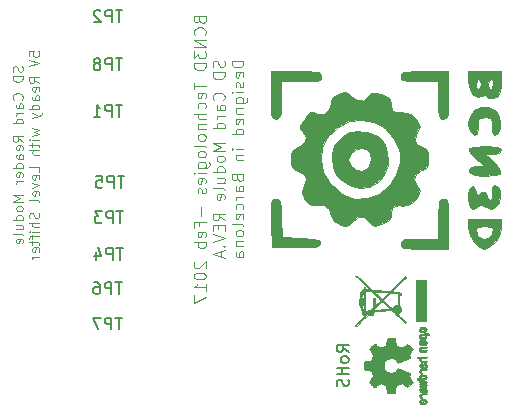
<source format=gbo>
G04 #@! TF.FileFunction,Legend,Bot*
%FSLAX46Y46*%
G04 Gerber Fmt 4.6, Leading zero omitted, Abs format (unit mm)*
G04 Created by KiCad (PCBNEW 4.0.5) date 04/10/17 16:46:25*
%MOMM*%
%LPD*%
G01*
G04 APERTURE LIST*
%ADD10C,0.100000*%
%ADD11C,0.200000*%
%ADD12C,0.010000*%
%ADD13C,0.150000*%
G04 APERTURE END LIST*
D10*
D11*
X142845881Y-114363143D02*
X142369690Y-114029809D01*
X142845881Y-113791714D02*
X141845881Y-113791714D01*
X141845881Y-114172667D01*
X141893500Y-114267905D01*
X141941119Y-114315524D01*
X142036357Y-114363143D01*
X142179214Y-114363143D01*
X142274452Y-114315524D01*
X142322071Y-114267905D01*
X142369690Y-114172667D01*
X142369690Y-113791714D01*
X142845881Y-114934571D02*
X142798262Y-114839333D01*
X142750643Y-114791714D01*
X142655405Y-114744095D01*
X142369690Y-114744095D01*
X142274452Y-114791714D01*
X142226833Y-114839333D01*
X142179214Y-114934571D01*
X142179214Y-115077429D01*
X142226833Y-115172667D01*
X142274452Y-115220286D01*
X142369690Y-115267905D01*
X142655405Y-115267905D01*
X142750643Y-115220286D01*
X142798262Y-115172667D01*
X142845881Y-115077429D01*
X142845881Y-114934571D01*
X142845881Y-115696476D02*
X141845881Y-115696476D01*
X142322071Y-115696476D02*
X142322071Y-116267905D01*
X142845881Y-116267905D02*
X141845881Y-116267905D01*
X142798262Y-116696476D02*
X142845881Y-116839333D01*
X142845881Y-117077429D01*
X142798262Y-117172667D01*
X142750643Y-117220286D01*
X142655405Y-117267905D01*
X142560167Y-117267905D01*
X142464929Y-117220286D01*
X142417310Y-117172667D01*
X142369690Y-117077429D01*
X142322071Y-116886952D01*
X142274452Y-116791714D01*
X142226833Y-116744095D01*
X142131595Y-116696476D01*
X142036357Y-116696476D01*
X141941119Y-116744095D01*
X141893500Y-116791714D01*
X141845881Y-116886952D01*
X141845881Y-117125048D01*
X141893500Y-117267905D01*
D10*
X115226548Y-90154667D02*
X115267024Y-90276095D01*
X115267024Y-90478476D01*
X115226548Y-90559429D01*
X115186071Y-90599905D01*
X115105119Y-90640381D01*
X115024167Y-90640381D01*
X114943214Y-90599905D01*
X114902738Y-90559429D01*
X114862262Y-90478476D01*
X114821786Y-90316572D01*
X114781310Y-90235619D01*
X114740833Y-90195143D01*
X114659881Y-90154667D01*
X114578929Y-90154667D01*
X114497976Y-90195143D01*
X114457500Y-90235619D01*
X114417024Y-90316572D01*
X114417024Y-90518952D01*
X114457500Y-90640381D01*
X115267024Y-91004667D02*
X114417024Y-91004667D01*
X114417024Y-91207048D01*
X114457500Y-91328476D01*
X114538452Y-91409429D01*
X114619405Y-91449905D01*
X114781310Y-91490381D01*
X114902738Y-91490381D01*
X115064643Y-91449905D01*
X115145595Y-91409429D01*
X115226548Y-91328476D01*
X115267024Y-91207048D01*
X115267024Y-91004667D01*
X115186071Y-92988000D02*
X115226548Y-92947524D01*
X115267024Y-92826095D01*
X115267024Y-92745143D01*
X115226548Y-92623715D01*
X115145595Y-92542762D01*
X115064643Y-92502286D01*
X114902738Y-92461810D01*
X114781310Y-92461810D01*
X114619405Y-92502286D01*
X114538452Y-92542762D01*
X114457500Y-92623715D01*
X114417024Y-92745143D01*
X114417024Y-92826095D01*
X114457500Y-92947524D01*
X114497976Y-92988000D01*
X115267024Y-93716572D02*
X114821786Y-93716572D01*
X114740833Y-93676095D01*
X114700357Y-93595143D01*
X114700357Y-93433238D01*
X114740833Y-93352286D01*
X115226548Y-93716572D02*
X115267024Y-93635619D01*
X115267024Y-93433238D01*
X115226548Y-93352286D01*
X115145595Y-93311810D01*
X115064643Y-93311810D01*
X114983690Y-93352286D01*
X114943214Y-93433238D01*
X114943214Y-93635619D01*
X114902738Y-93716572D01*
X115267024Y-94121334D02*
X114700357Y-94121334D01*
X114862262Y-94121334D02*
X114781310Y-94161810D01*
X114740833Y-94202286D01*
X114700357Y-94283239D01*
X114700357Y-94364191D01*
X115267024Y-95011810D02*
X114417024Y-95011810D01*
X115226548Y-95011810D02*
X115267024Y-94930857D01*
X115267024Y-94768953D01*
X115226548Y-94688000D01*
X115186071Y-94647524D01*
X115105119Y-94607048D01*
X114862262Y-94607048D01*
X114781310Y-94647524D01*
X114740833Y-94688000D01*
X114700357Y-94768953D01*
X114700357Y-94930857D01*
X114740833Y-95011810D01*
X115267024Y-96549905D02*
X114862262Y-96266572D01*
X115267024Y-96064191D02*
X114417024Y-96064191D01*
X114417024Y-96388000D01*
X114457500Y-96468953D01*
X114497976Y-96509429D01*
X114578929Y-96549905D01*
X114700357Y-96549905D01*
X114781310Y-96509429D01*
X114821786Y-96468953D01*
X114862262Y-96388000D01*
X114862262Y-96064191D01*
X115226548Y-97238000D02*
X115267024Y-97157048D01*
X115267024Y-96995143D01*
X115226548Y-96914191D01*
X115145595Y-96873715D01*
X114821786Y-96873715D01*
X114740833Y-96914191D01*
X114700357Y-96995143D01*
X114700357Y-97157048D01*
X114740833Y-97238000D01*
X114821786Y-97278477D01*
X114902738Y-97278477D01*
X114983690Y-96873715D01*
X115267024Y-98007048D02*
X114821786Y-98007048D01*
X114740833Y-97966571D01*
X114700357Y-97885619D01*
X114700357Y-97723714D01*
X114740833Y-97642762D01*
X115226548Y-98007048D02*
X115267024Y-97926095D01*
X115267024Y-97723714D01*
X115226548Y-97642762D01*
X115145595Y-97602286D01*
X115064643Y-97602286D01*
X114983690Y-97642762D01*
X114943214Y-97723714D01*
X114943214Y-97926095D01*
X114902738Y-98007048D01*
X115267024Y-98776096D02*
X114417024Y-98776096D01*
X115226548Y-98776096D02*
X115267024Y-98695143D01*
X115267024Y-98533239D01*
X115226548Y-98452286D01*
X115186071Y-98411810D01*
X115105119Y-98371334D01*
X114862262Y-98371334D01*
X114781310Y-98411810D01*
X114740833Y-98452286D01*
X114700357Y-98533239D01*
X114700357Y-98695143D01*
X114740833Y-98776096D01*
X115226548Y-99504667D02*
X115267024Y-99423715D01*
X115267024Y-99261810D01*
X115226548Y-99180858D01*
X115145595Y-99140382D01*
X114821786Y-99140382D01*
X114740833Y-99180858D01*
X114700357Y-99261810D01*
X114700357Y-99423715D01*
X114740833Y-99504667D01*
X114821786Y-99545144D01*
X114902738Y-99545144D01*
X114983690Y-99140382D01*
X115267024Y-99909429D02*
X114700357Y-99909429D01*
X114862262Y-99909429D02*
X114781310Y-99949905D01*
X114740833Y-99990381D01*
X114700357Y-100071334D01*
X114700357Y-100152286D01*
X115267024Y-101083238D02*
X114417024Y-101083238D01*
X115024167Y-101366571D01*
X114417024Y-101649905D01*
X115267024Y-101649905D01*
X115267024Y-102176096D02*
X115226548Y-102095143D01*
X115186071Y-102054667D01*
X115105119Y-102014191D01*
X114862262Y-102014191D01*
X114781310Y-102054667D01*
X114740833Y-102095143D01*
X114700357Y-102176096D01*
X114700357Y-102297524D01*
X114740833Y-102378476D01*
X114781310Y-102418953D01*
X114862262Y-102459429D01*
X115105119Y-102459429D01*
X115186071Y-102418953D01*
X115226548Y-102378476D01*
X115267024Y-102297524D01*
X115267024Y-102176096D01*
X115267024Y-103188001D02*
X114417024Y-103188001D01*
X115226548Y-103188001D02*
X115267024Y-103107048D01*
X115267024Y-102945144D01*
X115226548Y-102864191D01*
X115186071Y-102823715D01*
X115105119Y-102783239D01*
X114862262Y-102783239D01*
X114781310Y-102823715D01*
X114740833Y-102864191D01*
X114700357Y-102945144D01*
X114700357Y-103107048D01*
X114740833Y-103188001D01*
X114700357Y-103957049D02*
X115267024Y-103957049D01*
X114700357Y-103592763D02*
X115145595Y-103592763D01*
X115226548Y-103633239D01*
X115267024Y-103714192D01*
X115267024Y-103835620D01*
X115226548Y-103916572D01*
X115186071Y-103957049D01*
X115267024Y-104483240D02*
X115226548Y-104402287D01*
X115145595Y-104361811D01*
X114417024Y-104361811D01*
X115226548Y-105130858D02*
X115267024Y-105049906D01*
X115267024Y-104888001D01*
X115226548Y-104807049D01*
X115145595Y-104766573D01*
X114821786Y-104766573D01*
X114740833Y-104807049D01*
X114700357Y-104888001D01*
X114700357Y-105049906D01*
X114740833Y-105130858D01*
X114821786Y-105171335D01*
X114902738Y-105171335D01*
X114983690Y-104766573D01*
X115792024Y-89324906D02*
X115792024Y-88920144D01*
X116196786Y-88879668D01*
X116156310Y-88920144D01*
X116115833Y-89001096D01*
X116115833Y-89203477D01*
X116156310Y-89284430D01*
X116196786Y-89324906D01*
X116277738Y-89365382D01*
X116480119Y-89365382D01*
X116561071Y-89324906D01*
X116601548Y-89284430D01*
X116642024Y-89203477D01*
X116642024Y-89001096D01*
X116601548Y-88920144D01*
X116561071Y-88879668D01*
X115792024Y-89608239D02*
X116642024Y-89891573D01*
X115792024Y-90174906D01*
X116642024Y-91591572D02*
X116237262Y-91308239D01*
X116642024Y-91105858D02*
X115792024Y-91105858D01*
X115792024Y-91429667D01*
X115832500Y-91510620D01*
X115872976Y-91551096D01*
X115953929Y-91591572D01*
X116075357Y-91591572D01*
X116156310Y-91551096D01*
X116196786Y-91510620D01*
X116237262Y-91429667D01*
X116237262Y-91105858D01*
X116601548Y-92279667D02*
X116642024Y-92198715D01*
X116642024Y-92036810D01*
X116601548Y-91955858D01*
X116520595Y-91915382D01*
X116196786Y-91915382D01*
X116115833Y-91955858D01*
X116075357Y-92036810D01*
X116075357Y-92198715D01*
X116115833Y-92279667D01*
X116196786Y-92320144D01*
X116277738Y-92320144D01*
X116358690Y-91915382D01*
X116642024Y-93048715D02*
X116196786Y-93048715D01*
X116115833Y-93008238D01*
X116075357Y-92927286D01*
X116075357Y-92765381D01*
X116115833Y-92684429D01*
X116601548Y-93048715D02*
X116642024Y-92967762D01*
X116642024Y-92765381D01*
X116601548Y-92684429D01*
X116520595Y-92643953D01*
X116439643Y-92643953D01*
X116358690Y-92684429D01*
X116318214Y-92765381D01*
X116318214Y-92967762D01*
X116277738Y-93048715D01*
X116642024Y-93817763D02*
X115792024Y-93817763D01*
X116601548Y-93817763D02*
X116642024Y-93736810D01*
X116642024Y-93574906D01*
X116601548Y-93493953D01*
X116561071Y-93453477D01*
X116480119Y-93413001D01*
X116237262Y-93413001D01*
X116156310Y-93453477D01*
X116115833Y-93493953D01*
X116075357Y-93574906D01*
X116075357Y-93736810D01*
X116115833Y-93817763D01*
X116075357Y-94141573D02*
X116642024Y-94343954D01*
X116075357Y-94546334D02*
X116642024Y-94343954D01*
X116844405Y-94263001D01*
X116884881Y-94222525D01*
X116925357Y-94141573D01*
X116075357Y-95436811D02*
X116642024Y-95598715D01*
X116237262Y-95760620D01*
X116642024Y-95922525D01*
X116075357Y-96084430D01*
X116642024Y-96408239D02*
X116075357Y-96408239D01*
X115792024Y-96408239D02*
X115832500Y-96367763D01*
X115872976Y-96408239D01*
X115832500Y-96448715D01*
X115792024Y-96408239D01*
X115872976Y-96408239D01*
X116075357Y-96691572D02*
X116075357Y-97015382D01*
X115792024Y-96813001D02*
X116520595Y-96813001D01*
X116601548Y-96853477D01*
X116642024Y-96934430D01*
X116642024Y-97015382D01*
X116642024Y-97298715D02*
X115792024Y-97298715D01*
X116642024Y-97663001D02*
X116196786Y-97663001D01*
X116115833Y-97622524D01*
X116075357Y-97541572D01*
X116075357Y-97420144D01*
X116115833Y-97339191D01*
X116156310Y-97298715D01*
X116642024Y-99120144D02*
X116642024Y-98715382D01*
X115792024Y-98715382D01*
X116601548Y-99727286D02*
X116642024Y-99646334D01*
X116642024Y-99484429D01*
X116601548Y-99403477D01*
X116520595Y-99363001D01*
X116196786Y-99363001D01*
X116115833Y-99403477D01*
X116075357Y-99484429D01*
X116075357Y-99646334D01*
X116115833Y-99727286D01*
X116196786Y-99767763D01*
X116277738Y-99767763D01*
X116358690Y-99363001D01*
X116075357Y-100051096D02*
X116642024Y-100253477D01*
X116075357Y-100455857D01*
X116601548Y-101103476D02*
X116642024Y-101022524D01*
X116642024Y-100860619D01*
X116601548Y-100779667D01*
X116520595Y-100739191D01*
X116196786Y-100739191D01*
X116115833Y-100779667D01*
X116075357Y-100860619D01*
X116075357Y-101022524D01*
X116115833Y-101103476D01*
X116196786Y-101143953D01*
X116277738Y-101143953D01*
X116358690Y-100739191D01*
X116642024Y-101629667D02*
X116601548Y-101548714D01*
X116520595Y-101508238D01*
X115792024Y-101508238D01*
X116601548Y-102560619D02*
X116642024Y-102682047D01*
X116642024Y-102884428D01*
X116601548Y-102965381D01*
X116561071Y-103005857D01*
X116480119Y-103046333D01*
X116399167Y-103046333D01*
X116318214Y-103005857D01*
X116277738Y-102965381D01*
X116237262Y-102884428D01*
X116196786Y-102722524D01*
X116156310Y-102641571D01*
X116115833Y-102601095D01*
X116034881Y-102560619D01*
X115953929Y-102560619D01*
X115872976Y-102601095D01*
X115832500Y-102641571D01*
X115792024Y-102722524D01*
X115792024Y-102924904D01*
X115832500Y-103046333D01*
X116642024Y-103410619D02*
X115792024Y-103410619D01*
X116642024Y-103774905D02*
X116196786Y-103774905D01*
X116115833Y-103734428D01*
X116075357Y-103653476D01*
X116075357Y-103532048D01*
X116115833Y-103451095D01*
X116156310Y-103410619D01*
X116642024Y-104179667D02*
X116075357Y-104179667D01*
X115792024Y-104179667D02*
X115832500Y-104139191D01*
X115872976Y-104179667D01*
X115832500Y-104220143D01*
X115792024Y-104179667D01*
X115872976Y-104179667D01*
X116075357Y-104463000D02*
X116075357Y-104786810D01*
X116642024Y-104584429D02*
X115913452Y-104584429D01*
X115832500Y-104624905D01*
X115792024Y-104705858D01*
X115792024Y-104786810D01*
X116075357Y-104948714D02*
X116075357Y-105272524D01*
X115792024Y-105070143D02*
X116520595Y-105070143D01*
X116601548Y-105110619D01*
X116642024Y-105191572D01*
X116642024Y-105272524D01*
X116601548Y-105879666D02*
X116642024Y-105798714D01*
X116642024Y-105636809D01*
X116601548Y-105555857D01*
X116520595Y-105515381D01*
X116196786Y-105515381D01*
X116115833Y-105555857D01*
X116075357Y-105636809D01*
X116075357Y-105798714D01*
X116115833Y-105879666D01*
X116196786Y-105920143D01*
X116277738Y-105920143D01*
X116358690Y-105515381D01*
X116642024Y-106284428D02*
X116075357Y-106284428D01*
X116237262Y-106284428D02*
X116156310Y-106324904D01*
X116115833Y-106365380D01*
X116075357Y-106446333D01*
X116075357Y-106527285D01*
X130222071Y-86267904D02*
X130269690Y-86410761D01*
X130317310Y-86458380D01*
X130412548Y-86505999D01*
X130555405Y-86505999D01*
X130650643Y-86458380D01*
X130698262Y-86410761D01*
X130745881Y-86315523D01*
X130745881Y-85934570D01*
X129745881Y-85934570D01*
X129745881Y-86267904D01*
X129793500Y-86363142D01*
X129841119Y-86410761D01*
X129936357Y-86458380D01*
X130031595Y-86458380D01*
X130126833Y-86410761D01*
X130174452Y-86363142D01*
X130222071Y-86267904D01*
X130222071Y-85934570D01*
X130650643Y-87505999D02*
X130698262Y-87458380D01*
X130745881Y-87315523D01*
X130745881Y-87220285D01*
X130698262Y-87077427D01*
X130603024Y-86982189D01*
X130507786Y-86934570D01*
X130317310Y-86886951D01*
X130174452Y-86886951D01*
X129983976Y-86934570D01*
X129888738Y-86982189D01*
X129793500Y-87077427D01*
X129745881Y-87220285D01*
X129745881Y-87315523D01*
X129793500Y-87458380D01*
X129841119Y-87505999D01*
X130745881Y-87934570D02*
X129745881Y-87934570D01*
X130745881Y-88505999D01*
X129745881Y-88505999D01*
X129745881Y-88886951D02*
X129745881Y-89505999D01*
X130126833Y-89172665D01*
X130126833Y-89315523D01*
X130174452Y-89410761D01*
X130222071Y-89458380D01*
X130317310Y-89505999D01*
X130555405Y-89505999D01*
X130650643Y-89458380D01*
X130698262Y-89410761D01*
X130745881Y-89315523D01*
X130745881Y-89029808D01*
X130698262Y-88934570D01*
X130650643Y-88886951D01*
X130745881Y-89934570D02*
X129745881Y-89934570D01*
X129745881Y-90172665D01*
X129793500Y-90315523D01*
X129888738Y-90410761D01*
X129983976Y-90458380D01*
X130174452Y-90505999D01*
X130317310Y-90505999D01*
X130507786Y-90458380D01*
X130603024Y-90410761D01*
X130698262Y-90315523D01*
X130745881Y-90172665D01*
X130745881Y-89934570D01*
X129745881Y-91553618D02*
X129745881Y-92125047D01*
X130745881Y-91839332D02*
X129745881Y-91839332D01*
X130698262Y-92839333D02*
X130745881Y-92744095D01*
X130745881Y-92553618D01*
X130698262Y-92458380D01*
X130603024Y-92410761D01*
X130222071Y-92410761D01*
X130126833Y-92458380D01*
X130079214Y-92553618D01*
X130079214Y-92744095D01*
X130126833Y-92839333D01*
X130222071Y-92886952D01*
X130317310Y-92886952D01*
X130412548Y-92410761D01*
X130698262Y-93744095D02*
X130745881Y-93648857D01*
X130745881Y-93458380D01*
X130698262Y-93363142D01*
X130650643Y-93315523D01*
X130555405Y-93267904D01*
X130269690Y-93267904D01*
X130174452Y-93315523D01*
X130126833Y-93363142D01*
X130079214Y-93458380D01*
X130079214Y-93648857D01*
X130126833Y-93744095D01*
X130745881Y-94172666D02*
X129745881Y-94172666D01*
X130745881Y-94601238D02*
X130222071Y-94601238D01*
X130126833Y-94553619D01*
X130079214Y-94458381D01*
X130079214Y-94315523D01*
X130126833Y-94220285D01*
X130174452Y-94172666D01*
X130079214Y-95077428D02*
X130745881Y-95077428D01*
X130174452Y-95077428D02*
X130126833Y-95125047D01*
X130079214Y-95220285D01*
X130079214Y-95363143D01*
X130126833Y-95458381D01*
X130222071Y-95506000D01*
X130745881Y-95506000D01*
X130745881Y-96125047D02*
X130698262Y-96029809D01*
X130650643Y-95982190D01*
X130555405Y-95934571D01*
X130269690Y-95934571D01*
X130174452Y-95982190D01*
X130126833Y-96029809D01*
X130079214Y-96125047D01*
X130079214Y-96267905D01*
X130126833Y-96363143D01*
X130174452Y-96410762D01*
X130269690Y-96458381D01*
X130555405Y-96458381D01*
X130650643Y-96410762D01*
X130698262Y-96363143D01*
X130745881Y-96267905D01*
X130745881Y-96125047D01*
X130745881Y-97029809D02*
X130698262Y-96934571D01*
X130603024Y-96886952D01*
X129745881Y-96886952D01*
X130745881Y-97553619D02*
X130698262Y-97458381D01*
X130650643Y-97410762D01*
X130555405Y-97363143D01*
X130269690Y-97363143D01*
X130174452Y-97410762D01*
X130126833Y-97458381D01*
X130079214Y-97553619D01*
X130079214Y-97696477D01*
X130126833Y-97791715D01*
X130174452Y-97839334D01*
X130269690Y-97886953D01*
X130555405Y-97886953D01*
X130650643Y-97839334D01*
X130698262Y-97791715D01*
X130745881Y-97696477D01*
X130745881Y-97553619D01*
X130079214Y-98744096D02*
X130888738Y-98744096D01*
X130983976Y-98696477D01*
X131031595Y-98648858D01*
X131079214Y-98553619D01*
X131079214Y-98410762D01*
X131031595Y-98315524D01*
X130698262Y-98744096D02*
X130745881Y-98648858D01*
X130745881Y-98458381D01*
X130698262Y-98363143D01*
X130650643Y-98315524D01*
X130555405Y-98267905D01*
X130269690Y-98267905D01*
X130174452Y-98315524D01*
X130126833Y-98363143D01*
X130079214Y-98458381D01*
X130079214Y-98648858D01*
X130126833Y-98744096D01*
X130745881Y-99220286D02*
X130079214Y-99220286D01*
X129745881Y-99220286D02*
X129793500Y-99172667D01*
X129841119Y-99220286D01*
X129793500Y-99267905D01*
X129745881Y-99220286D01*
X129841119Y-99220286D01*
X130698262Y-100077429D02*
X130745881Y-99982191D01*
X130745881Y-99791714D01*
X130698262Y-99696476D01*
X130603024Y-99648857D01*
X130222071Y-99648857D01*
X130126833Y-99696476D01*
X130079214Y-99791714D01*
X130079214Y-99982191D01*
X130126833Y-100077429D01*
X130222071Y-100125048D01*
X130317310Y-100125048D01*
X130412548Y-99648857D01*
X130698262Y-100506000D02*
X130745881Y-100601238D01*
X130745881Y-100791714D01*
X130698262Y-100886953D01*
X130603024Y-100934572D01*
X130555405Y-100934572D01*
X130460167Y-100886953D01*
X130412548Y-100791714D01*
X130412548Y-100648857D01*
X130364929Y-100553619D01*
X130269690Y-100506000D01*
X130222071Y-100506000D01*
X130126833Y-100553619D01*
X130079214Y-100648857D01*
X130079214Y-100791714D01*
X130126833Y-100886953D01*
X130364929Y-102125048D02*
X130364929Y-102886953D01*
X130222071Y-103696477D02*
X130222071Y-103363143D01*
X130745881Y-103363143D02*
X129745881Y-103363143D01*
X129745881Y-103839334D01*
X130698262Y-104601239D02*
X130745881Y-104506001D01*
X130745881Y-104315524D01*
X130698262Y-104220286D01*
X130603024Y-104172667D01*
X130222071Y-104172667D01*
X130126833Y-104220286D01*
X130079214Y-104315524D01*
X130079214Y-104506001D01*
X130126833Y-104601239D01*
X130222071Y-104648858D01*
X130317310Y-104648858D01*
X130412548Y-104172667D01*
X130745881Y-105077429D02*
X129745881Y-105077429D01*
X130126833Y-105077429D02*
X130079214Y-105172667D01*
X130079214Y-105363144D01*
X130126833Y-105458382D01*
X130174452Y-105506001D01*
X130269690Y-105553620D01*
X130555405Y-105553620D01*
X130650643Y-105506001D01*
X130698262Y-105458382D01*
X130745881Y-105363144D01*
X130745881Y-105172667D01*
X130698262Y-105077429D01*
X129841119Y-106696477D02*
X129793500Y-106744096D01*
X129745881Y-106839334D01*
X129745881Y-107077430D01*
X129793500Y-107172668D01*
X129841119Y-107220287D01*
X129936357Y-107267906D01*
X130031595Y-107267906D01*
X130174452Y-107220287D01*
X130745881Y-106648858D01*
X130745881Y-107267906D01*
X129745881Y-107886953D02*
X129745881Y-107982192D01*
X129793500Y-108077430D01*
X129841119Y-108125049D01*
X129936357Y-108172668D01*
X130126833Y-108220287D01*
X130364929Y-108220287D01*
X130555405Y-108172668D01*
X130650643Y-108125049D01*
X130698262Y-108077430D01*
X130745881Y-107982192D01*
X130745881Y-107886953D01*
X130698262Y-107791715D01*
X130650643Y-107744096D01*
X130555405Y-107696477D01*
X130364929Y-107648858D01*
X130126833Y-107648858D01*
X129936357Y-107696477D01*
X129841119Y-107744096D01*
X129793500Y-107791715D01*
X129745881Y-107886953D01*
X130745881Y-109172668D02*
X130745881Y-108601239D01*
X130745881Y-108886953D02*
X129745881Y-108886953D01*
X129888738Y-108791715D01*
X129983976Y-108696477D01*
X130031595Y-108601239D01*
X129745881Y-109506001D02*
X129745881Y-110172668D01*
X130745881Y-109744096D01*
X132298262Y-89696475D02*
X132345881Y-89839332D01*
X132345881Y-90077428D01*
X132298262Y-90172666D01*
X132250643Y-90220285D01*
X132155405Y-90267904D01*
X132060167Y-90267904D01*
X131964929Y-90220285D01*
X131917310Y-90172666D01*
X131869690Y-90077428D01*
X131822071Y-89886951D01*
X131774452Y-89791713D01*
X131726833Y-89744094D01*
X131631595Y-89696475D01*
X131536357Y-89696475D01*
X131441119Y-89744094D01*
X131393500Y-89791713D01*
X131345881Y-89886951D01*
X131345881Y-90125047D01*
X131393500Y-90267904D01*
X132345881Y-90696475D02*
X131345881Y-90696475D01*
X131345881Y-90934570D01*
X131393500Y-91077428D01*
X131488738Y-91172666D01*
X131583976Y-91220285D01*
X131774452Y-91267904D01*
X131917310Y-91267904D01*
X132107786Y-91220285D01*
X132203024Y-91172666D01*
X132298262Y-91077428D01*
X132345881Y-90934570D01*
X132345881Y-90696475D01*
X132250643Y-93029809D02*
X132298262Y-92982190D01*
X132345881Y-92839333D01*
X132345881Y-92744095D01*
X132298262Y-92601237D01*
X132203024Y-92505999D01*
X132107786Y-92458380D01*
X131917310Y-92410761D01*
X131774452Y-92410761D01*
X131583976Y-92458380D01*
X131488738Y-92505999D01*
X131393500Y-92601237D01*
X131345881Y-92744095D01*
X131345881Y-92839333D01*
X131393500Y-92982190D01*
X131441119Y-93029809D01*
X132345881Y-93886952D02*
X131822071Y-93886952D01*
X131726833Y-93839333D01*
X131679214Y-93744095D01*
X131679214Y-93553618D01*
X131726833Y-93458380D01*
X132298262Y-93886952D02*
X132345881Y-93791714D01*
X132345881Y-93553618D01*
X132298262Y-93458380D01*
X132203024Y-93410761D01*
X132107786Y-93410761D01*
X132012548Y-93458380D01*
X131964929Y-93553618D01*
X131964929Y-93791714D01*
X131917310Y-93886952D01*
X132345881Y-94363142D02*
X131679214Y-94363142D01*
X131869690Y-94363142D02*
X131774452Y-94410761D01*
X131726833Y-94458380D01*
X131679214Y-94553618D01*
X131679214Y-94648857D01*
X132345881Y-95410762D02*
X131345881Y-95410762D01*
X132298262Y-95410762D02*
X132345881Y-95315524D01*
X132345881Y-95125047D01*
X132298262Y-95029809D01*
X132250643Y-94982190D01*
X132155405Y-94934571D01*
X131869690Y-94934571D01*
X131774452Y-94982190D01*
X131726833Y-95029809D01*
X131679214Y-95125047D01*
X131679214Y-95315524D01*
X131726833Y-95410762D01*
X132345881Y-96648857D02*
X131345881Y-96648857D01*
X132060167Y-96982191D01*
X131345881Y-97315524D01*
X132345881Y-97315524D01*
X132345881Y-97934571D02*
X132298262Y-97839333D01*
X132250643Y-97791714D01*
X132155405Y-97744095D01*
X131869690Y-97744095D01*
X131774452Y-97791714D01*
X131726833Y-97839333D01*
X131679214Y-97934571D01*
X131679214Y-98077429D01*
X131726833Y-98172667D01*
X131774452Y-98220286D01*
X131869690Y-98267905D01*
X132155405Y-98267905D01*
X132250643Y-98220286D01*
X132298262Y-98172667D01*
X132345881Y-98077429D01*
X132345881Y-97934571D01*
X132345881Y-99125048D02*
X131345881Y-99125048D01*
X132298262Y-99125048D02*
X132345881Y-99029810D01*
X132345881Y-98839333D01*
X132298262Y-98744095D01*
X132250643Y-98696476D01*
X132155405Y-98648857D01*
X131869690Y-98648857D01*
X131774452Y-98696476D01*
X131726833Y-98744095D01*
X131679214Y-98839333D01*
X131679214Y-99029810D01*
X131726833Y-99125048D01*
X131679214Y-100029810D02*
X132345881Y-100029810D01*
X131679214Y-99601238D02*
X132203024Y-99601238D01*
X132298262Y-99648857D01*
X132345881Y-99744095D01*
X132345881Y-99886953D01*
X132298262Y-99982191D01*
X132250643Y-100029810D01*
X132345881Y-100648857D02*
X132298262Y-100553619D01*
X132203024Y-100506000D01*
X131345881Y-100506000D01*
X132298262Y-101410763D02*
X132345881Y-101315525D01*
X132345881Y-101125048D01*
X132298262Y-101029810D01*
X132203024Y-100982191D01*
X131822071Y-100982191D01*
X131726833Y-101029810D01*
X131679214Y-101125048D01*
X131679214Y-101315525D01*
X131726833Y-101410763D01*
X131822071Y-101458382D01*
X131917310Y-101458382D01*
X132012548Y-100982191D01*
X132345881Y-103220287D02*
X131869690Y-102886953D01*
X132345881Y-102648858D02*
X131345881Y-102648858D01*
X131345881Y-103029811D01*
X131393500Y-103125049D01*
X131441119Y-103172668D01*
X131536357Y-103220287D01*
X131679214Y-103220287D01*
X131774452Y-103172668D01*
X131822071Y-103125049D01*
X131869690Y-103029811D01*
X131869690Y-102648858D01*
X131822071Y-103648858D02*
X131822071Y-103982192D01*
X132345881Y-104125049D02*
X132345881Y-103648858D01*
X131345881Y-103648858D01*
X131345881Y-104125049D01*
X131345881Y-104410763D02*
X132345881Y-104744096D01*
X131345881Y-105077430D01*
X132250643Y-105410763D02*
X132298262Y-105458382D01*
X132345881Y-105410763D01*
X132298262Y-105363144D01*
X132250643Y-105410763D01*
X132345881Y-105410763D01*
X132060167Y-105839334D02*
X132060167Y-106315525D01*
X132345881Y-105744096D02*
X131345881Y-106077429D01*
X132345881Y-106410763D01*
X133945881Y-89696475D02*
X132945881Y-89696475D01*
X132945881Y-89934570D01*
X132993500Y-90077428D01*
X133088738Y-90172666D01*
X133183976Y-90220285D01*
X133374452Y-90267904D01*
X133517310Y-90267904D01*
X133707786Y-90220285D01*
X133803024Y-90172666D01*
X133898262Y-90077428D01*
X133945881Y-89934570D01*
X133945881Y-89696475D01*
X133898262Y-91077428D02*
X133945881Y-90982190D01*
X133945881Y-90791713D01*
X133898262Y-90696475D01*
X133803024Y-90648856D01*
X133422071Y-90648856D01*
X133326833Y-90696475D01*
X133279214Y-90791713D01*
X133279214Y-90982190D01*
X133326833Y-91077428D01*
X133422071Y-91125047D01*
X133517310Y-91125047D01*
X133612548Y-90648856D01*
X133898262Y-91505999D02*
X133945881Y-91601237D01*
X133945881Y-91791713D01*
X133898262Y-91886952D01*
X133803024Y-91934571D01*
X133755405Y-91934571D01*
X133660167Y-91886952D01*
X133612548Y-91791713D01*
X133612548Y-91648856D01*
X133564929Y-91553618D01*
X133469690Y-91505999D01*
X133422071Y-91505999D01*
X133326833Y-91553618D01*
X133279214Y-91648856D01*
X133279214Y-91791713D01*
X133326833Y-91886952D01*
X133945881Y-92363142D02*
X133279214Y-92363142D01*
X132945881Y-92363142D02*
X132993500Y-92315523D01*
X133041119Y-92363142D01*
X132993500Y-92410761D01*
X132945881Y-92363142D01*
X133041119Y-92363142D01*
X133279214Y-93267904D02*
X134088738Y-93267904D01*
X134183976Y-93220285D01*
X134231595Y-93172666D01*
X134279214Y-93077427D01*
X134279214Y-92934570D01*
X134231595Y-92839332D01*
X133898262Y-93267904D02*
X133945881Y-93172666D01*
X133945881Y-92982189D01*
X133898262Y-92886951D01*
X133850643Y-92839332D01*
X133755405Y-92791713D01*
X133469690Y-92791713D01*
X133374452Y-92839332D01*
X133326833Y-92886951D01*
X133279214Y-92982189D01*
X133279214Y-93172666D01*
X133326833Y-93267904D01*
X133279214Y-93744094D02*
X133945881Y-93744094D01*
X133374452Y-93744094D02*
X133326833Y-93791713D01*
X133279214Y-93886951D01*
X133279214Y-94029809D01*
X133326833Y-94125047D01*
X133422071Y-94172666D01*
X133945881Y-94172666D01*
X133898262Y-95029809D02*
X133945881Y-94934571D01*
X133945881Y-94744094D01*
X133898262Y-94648856D01*
X133803024Y-94601237D01*
X133422071Y-94601237D01*
X133326833Y-94648856D01*
X133279214Y-94744094D01*
X133279214Y-94934571D01*
X133326833Y-95029809D01*
X133422071Y-95077428D01*
X133517310Y-95077428D01*
X133612548Y-94601237D01*
X133945881Y-95934571D02*
X132945881Y-95934571D01*
X133898262Y-95934571D02*
X133945881Y-95839333D01*
X133945881Y-95648856D01*
X133898262Y-95553618D01*
X133850643Y-95505999D01*
X133755405Y-95458380D01*
X133469690Y-95458380D01*
X133374452Y-95505999D01*
X133326833Y-95553618D01*
X133279214Y-95648856D01*
X133279214Y-95839333D01*
X133326833Y-95934571D01*
X133945881Y-97172666D02*
X133279214Y-97172666D01*
X132945881Y-97172666D02*
X132993500Y-97125047D01*
X133041119Y-97172666D01*
X132993500Y-97220285D01*
X132945881Y-97172666D01*
X133041119Y-97172666D01*
X133279214Y-97648856D02*
X133945881Y-97648856D01*
X133374452Y-97648856D02*
X133326833Y-97696475D01*
X133279214Y-97791713D01*
X133279214Y-97934571D01*
X133326833Y-98029809D01*
X133422071Y-98077428D01*
X133945881Y-98077428D01*
X133422071Y-99648857D02*
X133469690Y-99791714D01*
X133517310Y-99839333D01*
X133612548Y-99886952D01*
X133755405Y-99886952D01*
X133850643Y-99839333D01*
X133898262Y-99791714D01*
X133945881Y-99696476D01*
X133945881Y-99315523D01*
X132945881Y-99315523D01*
X132945881Y-99648857D01*
X132993500Y-99744095D01*
X133041119Y-99791714D01*
X133136357Y-99839333D01*
X133231595Y-99839333D01*
X133326833Y-99791714D01*
X133374452Y-99744095D01*
X133422071Y-99648857D01*
X133422071Y-99315523D01*
X133945881Y-100744095D02*
X133422071Y-100744095D01*
X133326833Y-100696476D01*
X133279214Y-100601238D01*
X133279214Y-100410761D01*
X133326833Y-100315523D01*
X133898262Y-100744095D02*
X133945881Y-100648857D01*
X133945881Y-100410761D01*
X133898262Y-100315523D01*
X133803024Y-100267904D01*
X133707786Y-100267904D01*
X133612548Y-100315523D01*
X133564929Y-100410761D01*
X133564929Y-100648857D01*
X133517310Y-100744095D01*
X133945881Y-101220285D02*
X133279214Y-101220285D01*
X133469690Y-101220285D02*
X133374452Y-101267904D01*
X133326833Y-101315523D01*
X133279214Y-101410761D01*
X133279214Y-101506000D01*
X133898262Y-102267905D02*
X133945881Y-102172667D01*
X133945881Y-101982190D01*
X133898262Y-101886952D01*
X133850643Y-101839333D01*
X133755405Y-101791714D01*
X133469690Y-101791714D01*
X133374452Y-101839333D01*
X133326833Y-101886952D01*
X133279214Y-101982190D01*
X133279214Y-102172667D01*
X133326833Y-102267905D01*
X133898262Y-103077429D02*
X133945881Y-102982191D01*
X133945881Y-102791714D01*
X133898262Y-102696476D01*
X133803024Y-102648857D01*
X133422071Y-102648857D01*
X133326833Y-102696476D01*
X133279214Y-102791714D01*
X133279214Y-102982191D01*
X133326833Y-103077429D01*
X133422071Y-103125048D01*
X133517310Y-103125048D01*
X133612548Y-102648857D01*
X133945881Y-103696476D02*
X133898262Y-103601238D01*
X133803024Y-103553619D01*
X132945881Y-103553619D01*
X133945881Y-104220286D02*
X133898262Y-104125048D01*
X133850643Y-104077429D01*
X133755405Y-104029810D01*
X133469690Y-104029810D01*
X133374452Y-104077429D01*
X133326833Y-104125048D01*
X133279214Y-104220286D01*
X133279214Y-104363144D01*
X133326833Y-104458382D01*
X133374452Y-104506001D01*
X133469690Y-104553620D01*
X133755405Y-104553620D01*
X133850643Y-104506001D01*
X133898262Y-104458382D01*
X133945881Y-104363144D01*
X133945881Y-104220286D01*
X133279214Y-104982191D02*
X133945881Y-104982191D01*
X133374452Y-104982191D02*
X133326833Y-105029810D01*
X133279214Y-105125048D01*
X133279214Y-105267906D01*
X133326833Y-105363144D01*
X133422071Y-105410763D01*
X133945881Y-105410763D01*
X133945881Y-106315525D02*
X133422071Y-106315525D01*
X133326833Y-106267906D01*
X133279214Y-106172668D01*
X133279214Y-105982191D01*
X133326833Y-105886953D01*
X133898262Y-106315525D02*
X133945881Y-106220287D01*
X133945881Y-105982191D01*
X133898262Y-105886953D01*
X133803024Y-105839334D01*
X133707786Y-105839334D01*
X133612548Y-105886953D01*
X133564929Y-105982191D01*
X133564929Y-106220287D01*
X133517310Y-106315525D01*
D12*
G36*
X153089995Y-92170622D02*
X153373124Y-92644080D01*
X153786599Y-92786709D01*
X154058033Y-92700466D01*
X154394644Y-92589988D01*
X154466667Y-92700886D01*
X154628780Y-92885318D01*
X154994707Y-92898690D01*
X155383825Y-92747204D01*
X155482667Y-92666000D01*
X155641138Y-92307349D01*
X155729837Y-91718074D01*
X155736667Y-91501833D01*
X155736667Y-90591667D01*
X154890000Y-90591667D01*
X154890000Y-91226667D01*
X155063680Y-91403388D01*
X155101667Y-91637508D01*
X155004472Y-92042712D01*
X154890000Y-92179167D01*
X154733044Y-92104228D01*
X154678334Y-91768325D01*
X154749265Y-91364601D01*
X154890000Y-91226667D01*
X154890000Y-90591667D01*
X153831667Y-90591667D01*
X153831667Y-91226667D01*
X154003643Y-91403948D01*
X154043334Y-91650000D01*
X153954693Y-91993951D01*
X153831667Y-92073333D01*
X153659691Y-91896052D01*
X153620000Y-91650000D01*
X153708641Y-91306048D01*
X153831667Y-91226667D01*
X153831667Y-90591667D01*
X152985000Y-90591667D01*
X152985000Y-91423214D01*
X153089995Y-92170622D01*
X153089995Y-92170622D01*
G37*
X153089995Y-92170622D02*
X153373124Y-92644080D01*
X153786599Y-92786709D01*
X154058033Y-92700466D01*
X154394644Y-92589988D01*
X154466667Y-92700886D01*
X154628780Y-92885318D01*
X154994707Y-92898690D01*
X155383825Y-92747204D01*
X155482667Y-92666000D01*
X155641138Y-92307349D01*
X155729837Y-91718074D01*
X155736667Y-91501833D01*
X155736667Y-90591667D01*
X154890000Y-90591667D01*
X154890000Y-91226667D01*
X155063680Y-91403388D01*
X155101667Y-91637508D01*
X155004472Y-92042712D01*
X154890000Y-92179167D01*
X154733044Y-92104228D01*
X154678334Y-91768325D01*
X154749265Y-91364601D01*
X154890000Y-91226667D01*
X154890000Y-90591667D01*
X153831667Y-90591667D01*
X153831667Y-91226667D01*
X154003643Y-91403948D01*
X154043334Y-91650000D01*
X153954693Y-91993951D01*
X153831667Y-92073333D01*
X153659691Y-91896052D01*
X153620000Y-91650000D01*
X153708641Y-91306048D01*
X153831667Y-91226667D01*
X153831667Y-90591667D01*
X152985000Y-90591667D01*
X152985000Y-91423214D01*
X153089995Y-92170622D01*
G36*
X153069081Y-95484146D02*
X153267789Y-95853712D01*
X153500828Y-96025799D01*
X153687898Y-95906756D01*
X153708257Y-95854255D01*
X153767058Y-95424370D01*
X153763678Y-95036667D01*
X153798402Y-94661043D01*
X154059399Y-94522093D01*
X154360834Y-94507500D01*
X154807911Y-94558823D01*
X154958504Y-94784601D01*
X154957989Y-95036667D01*
X154968858Y-95711983D01*
X155125644Y-95992424D01*
X155421672Y-95881254D01*
X155685964Y-95417912D01*
X155702555Y-94795624D01*
X155481513Y-94191249D01*
X155313334Y-93978333D01*
X154712483Y-93624901D01*
X154068810Y-93616505D01*
X153493486Y-93903849D01*
X153097682Y-94437638D01*
X152985000Y-95010749D01*
X153069081Y-95484146D01*
X153069081Y-95484146D01*
G37*
X153069081Y-95484146D02*
X153267789Y-95853712D01*
X153500828Y-96025799D01*
X153687898Y-95906756D01*
X153708257Y-95854255D01*
X153767058Y-95424370D01*
X153763678Y-95036667D01*
X153798402Y-94661043D01*
X154059399Y-94522093D01*
X154360834Y-94507500D01*
X154807911Y-94558823D01*
X154958504Y-94784601D01*
X154957989Y-95036667D01*
X154968858Y-95711983D01*
X155125644Y-95992424D01*
X155421672Y-95881254D01*
X155685964Y-95417912D01*
X155702555Y-94795624D01*
X155481513Y-94191249D01*
X155313334Y-93978333D01*
X154712483Y-93624901D01*
X154068810Y-93616505D01*
X153493486Y-93903849D01*
X153097682Y-94437638D01*
X152985000Y-95010749D01*
X153069081Y-95484146D01*
G36*
X153024454Y-99005417D02*
X153159467Y-99229390D01*
X153519648Y-99361500D01*
X154197748Y-99432998D01*
X154312534Y-99439389D01*
X155168061Y-99419688D01*
X155627652Y-99250798D01*
X155691132Y-98932998D01*
X155358327Y-98466571D01*
X155076801Y-98206185D01*
X154360834Y-97593871D01*
X155048750Y-97585269D01*
X155578744Y-97495349D01*
X155736667Y-97259167D01*
X155644815Y-97081076D01*
X155316611Y-96982093D01*
X154673080Y-96943991D01*
X154360834Y-96941667D01*
X153518882Y-96979152D01*
X153078658Y-97109125D01*
X153023766Y-97357862D01*
X153337810Y-97751641D01*
X153671009Y-98047222D01*
X154360834Y-98623612D01*
X153657397Y-98629306D01*
X153174111Y-98681374D01*
X153014691Y-98863398D01*
X153024454Y-99005417D01*
X153024454Y-99005417D01*
G37*
X153024454Y-99005417D02*
X153159467Y-99229390D01*
X153519648Y-99361500D01*
X154197748Y-99432998D01*
X154312534Y-99439389D01*
X155168061Y-99419688D01*
X155627652Y-99250798D01*
X155691132Y-98932998D01*
X155358327Y-98466571D01*
X155076801Y-98206185D01*
X154360834Y-97593871D01*
X155048750Y-97585269D01*
X155578744Y-97495349D01*
X155736667Y-97259167D01*
X155644815Y-97081076D01*
X155316611Y-96982093D01*
X154673080Y-96943991D01*
X154360834Y-96941667D01*
X153518882Y-96979152D01*
X153078658Y-97109125D01*
X153023766Y-97357862D01*
X153337810Y-97751641D01*
X153671009Y-98047222D01*
X154360834Y-98623612D01*
X153657397Y-98629306D01*
X153174111Y-98681374D01*
X153014691Y-98863398D01*
X153024454Y-99005417D01*
G36*
X153058618Y-101953321D02*
X153272673Y-102241027D01*
X153616971Y-102134488D01*
X153764378Y-102004288D01*
X154082051Y-101897518D01*
X154442443Y-102055661D01*
X154913544Y-102223729D01*
X155261148Y-102104609D01*
X155562769Y-101714978D01*
X155692737Y-101152865D01*
X155628179Y-100614994D01*
X155463417Y-100365058D01*
X155131342Y-100221542D01*
X154975050Y-100431217D01*
X155016838Y-100865832D01*
X155028218Y-101284848D01*
X154878961Y-101483581D01*
X154673880Y-101388216D01*
X154573476Y-101178073D01*
X154365245Y-100802900D01*
X154073297Y-100836163D01*
X153874000Y-101005667D01*
X153680311Y-101114883D01*
X153620652Y-100856894D01*
X153620000Y-100794000D01*
X153497203Y-100416417D01*
X153302500Y-100328333D01*
X153093232Y-100452987D01*
X152997910Y-100876840D01*
X152985000Y-101280833D01*
X153058618Y-101953321D01*
X153058618Y-101953321D01*
G37*
X153058618Y-101953321D02*
X153272673Y-102241027D01*
X153616971Y-102134488D01*
X153764378Y-102004288D01*
X154082051Y-101897518D01*
X154442443Y-102055661D01*
X154913544Y-102223729D01*
X155261148Y-102104609D01*
X155562769Y-101714978D01*
X155692737Y-101152865D01*
X155628179Y-100614994D01*
X155463417Y-100365058D01*
X155131342Y-100221542D01*
X154975050Y-100431217D01*
X155016838Y-100865832D01*
X155028218Y-101284848D01*
X154878961Y-101483581D01*
X154673880Y-101388216D01*
X154573476Y-101178073D01*
X154365245Y-100802900D01*
X154073297Y-100836163D01*
X153874000Y-101005667D01*
X153680311Y-101114883D01*
X153620652Y-100856894D01*
X153620000Y-100794000D01*
X153497203Y-100416417D01*
X153302500Y-100328333D01*
X153093232Y-100452987D01*
X152997910Y-100876840D01*
X152985000Y-101280833D01*
X153058618Y-101953321D01*
G36*
X153118937Y-104474650D02*
X153459875Y-105090391D01*
X153916502Y-105510636D01*
X154279984Y-105620000D01*
X154847241Y-105430043D01*
X155344203Y-104944491D01*
X155667919Y-104289818D01*
X155736667Y-103830454D01*
X155736667Y-103080000D01*
X154360834Y-103080000D01*
X154360834Y-103715000D01*
X154897051Y-103765047D01*
X155083364Y-103967934D01*
X154986733Y-104402775D01*
X154973188Y-104438521D01*
X154682182Y-104706045D01*
X154237861Y-104756137D01*
X153850137Y-104588797D01*
X153748479Y-104438521D01*
X153636774Y-103986991D01*
X153803932Y-103772236D01*
X154316916Y-103715140D01*
X154360834Y-103715000D01*
X154360834Y-103080000D01*
X152985000Y-103080000D01*
X152985000Y-103792288D01*
X153118937Y-104474650D01*
X153118937Y-104474650D01*
G37*
X153118937Y-104474650D02*
X153459875Y-105090391D01*
X153916502Y-105510636D01*
X154279984Y-105620000D01*
X154847241Y-105430043D01*
X155344203Y-104944491D01*
X155667919Y-104289818D01*
X155736667Y-103830454D01*
X155736667Y-103080000D01*
X154360834Y-103080000D01*
X154360834Y-103715000D01*
X154897051Y-103765047D01*
X155083364Y-103967934D01*
X154986733Y-104402775D01*
X154973188Y-104438521D01*
X154682182Y-104706045D01*
X154237861Y-104756137D01*
X153850137Y-104588797D01*
X153748479Y-104438521D01*
X153636774Y-103986991D01*
X153803932Y-103772236D01*
X154316916Y-103715140D01*
X154360834Y-103715000D01*
X154360834Y-103080000D01*
X152985000Y-103080000D01*
X152985000Y-103792288D01*
X153118937Y-104474650D01*
G36*
X147307495Y-91231445D02*
X147478464Y-91358442D01*
X147870637Y-91419385D01*
X148571740Y-91437669D01*
X148857500Y-91438333D01*
X150445000Y-91438333D01*
X150445000Y-93025833D01*
X150454999Y-93837502D01*
X150500591Y-94313741D01*
X150605170Y-94542279D01*
X150792131Y-94610843D01*
X150868334Y-94613333D01*
X151065090Y-94582969D01*
X151189268Y-94439525D01*
X151257401Y-94104474D01*
X151286020Y-93499289D01*
X151291667Y-92602500D01*
X151291667Y-90591667D01*
X149280834Y-90591667D01*
X148346242Y-90598059D01*
X147756394Y-90628258D01*
X147432763Y-90698795D01*
X147296821Y-90826202D01*
X147270000Y-91015000D01*
X147307495Y-91231445D01*
X147307495Y-91231445D01*
G37*
X147307495Y-91231445D02*
X147478464Y-91358442D01*
X147870637Y-91419385D01*
X148571740Y-91437669D01*
X148857500Y-91438333D01*
X150445000Y-91438333D01*
X150445000Y-93025833D01*
X150454999Y-93837502D01*
X150500591Y-94313741D01*
X150605170Y-94542279D01*
X150792131Y-94610843D01*
X150868334Y-94613333D01*
X151065090Y-94582969D01*
X151189268Y-94439525D01*
X151257401Y-94104474D01*
X151286020Y-93499289D01*
X151291667Y-92602500D01*
X151291667Y-90591667D01*
X149280834Y-90591667D01*
X148346242Y-90598059D01*
X147756394Y-90628258D01*
X147432763Y-90698795D01*
X147296821Y-90826202D01*
X147270000Y-91015000D01*
X147307495Y-91231445D01*
G36*
X147300364Y-105393423D02*
X147443808Y-105517601D01*
X147778859Y-105585734D01*
X148384045Y-105614353D01*
X149280834Y-105620000D01*
X151291667Y-105620000D01*
X151291667Y-103503333D01*
X151285857Y-102539958D01*
X151258210Y-101923244D01*
X151193402Y-101576568D01*
X151076109Y-101423307D01*
X150891006Y-101386840D01*
X150868334Y-101386667D01*
X150657411Y-101422019D01*
X150530999Y-101584846D01*
X150467811Y-101960301D01*
X150446558Y-102633540D01*
X150445000Y-103080000D01*
X150445000Y-104773333D01*
X148857500Y-104773333D01*
X148045831Y-104783332D01*
X147569592Y-104828924D01*
X147341054Y-104933503D01*
X147272490Y-105120464D01*
X147270000Y-105196667D01*
X147300364Y-105393423D01*
X147300364Y-105393423D01*
G37*
X147300364Y-105393423D02*
X147443808Y-105517601D01*
X147778859Y-105585734D01*
X148384045Y-105614353D01*
X149280834Y-105620000D01*
X151291667Y-105620000D01*
X151291667Y-103503333D01*
X151285857Y-102539958D01*
X151258210Y-101923244D01*
X151193402Y-101576568D01*
X151076109Y-101423307D01*
X150891006Y-101386840D01*
X150868334Y-101386667D01*
X150657411Y-101422019D01*
X150530999Y-101584846D01*
X150467811Y-101960301D01*
X150446558Y-102633540D01*
X150445000Y-103080000D01*
X150445000Y-104773333D01*
X148857500Y-104773333D01*
X148045831Y-104783332D01*
X147569592Y-104828924D01*
X147341054Y-104933503D01*
X147272490Y-105120464D01*
X147270000Y-105196667D01*
X147300364Y-105393423D01*
G36*
X138006783Y-98570943D02*
X138227407Y-98864047D01*
X138591667Y-99026616D01*
X139069881Y-99294790D01*
X139207648Y-99697002D01*
X139029300Y-100316407D01*
X138992959Y-100398014D01*
X138875014Y-100868532D01*
X139040632Y-101333928D01*
X139126067Y-101470782D01*
X139462719Y-101857951D01*
X139871277Y-101945202D01*
X140167100Y-101904132D01*
X140801785Y-101908149D01*
X141191770Y-102234808D01*
X141375969Y-102861269D01*
X141575590Y-103296399D01*
X142086213Y-103564621D01*
X142146694Y-103582562D01*
X142658517Y-103680513D01*
X142970770Y-103558005D01*
X143164113Y-103325043D01*
X143626675Y-102933801D01*
X144126283Y-102939856D01*
X144556241Y-103321979D01*
X144795716Y-103606196D01*
X145085173Y-103666383D01*
X145590978Y-103533490D01*
X145627898Y-103521354D01*
X146156992Y-103286357D01*
X146397142Y-102957536D01*
X146463756Y-102591458D01*
X146541795Y-102148831D01*
X146749015Y-101970823D01*
X147221853Y-101956295D01*
X147313765Y-101961360D01*
X147906538Y-101928246D01*
X148311357Y-101671138D01*
X148553361Y-101367903D01*
X148837799Y-100928457D01*
X148877877Y-100654309D01*
X148689224Y-100376668D01*
X148649268Y-100332128D01*
X148404104Y-99813348D01*
X148529965Y-99324892D01*
X148986282Y-98996079D01*
X149076752Y-98969510D01*
X149420768Y-98817717D01*
X149569594Y-98504076D01*
X149598334Y-98000000D01*
X149557167Y-97435814D01*
X149384893Y-97153212D01*
X149084483Y-97032430D01*
X148572294Y-96752419D01*
X148432627Y-96291281D01*
X148651961Y-95738442D01*
X148856371Y-95355041D01*
X148818191Y-95043101D01*
X148567499Y-94657017D01*
X148152288Y-94245750D01*
X147607266Y-94093527D01*
X147339487Y-94084167D01*
X146807147Y-94052685D01*
X146562873Y-93891108D01*
X146472419Y-93498737D01*
X146465236Y-93428383D01*
X146350628Y-92962983D01*
X146038505Y-92686932D01*
X145618569Y-92527956D01*
X145086433Y-92392823D01*
X144783025Y-92443911D01*
X144545433Y-92707489D01*
X144088930Y-93072719D01*
X143914983Y-93069123D01*
X143914983Y-94689353D01*
X144964842Y-94894799D01*
X145907984Y-95436151D01*
X146658538Y-96293537D01*
X146782587Y-96509871D01*
X147163312Y-97425614D01*
X147227206Y-98243099D01*
X146979324Y-99135867D01*
X146866683Y-99396774D01*
X146258011Y-100296590D01*
X145417166Y-100945965D01*
X144439518Y-101313715D01*
X143420436Y-101368658D01*
X142455291Y-101079612D01*
X142195037Y-100924233D01*
X141269962Y-100085697D01*
X140696712Y-99111104D01*
X140479740Y-98069894D01*
X140623498Y-97031506D01*
X141132439Y-96065381D01*
X141838597Y-95365675D01*
X142844277Y-94839688D01*
X143914983Y-94689353D01*
X143914983Y-93069123D01*
X143552908Y-93061636D01*
X143070595Y-92699905D01*
X142774116Y-92421411D01*
X142431523Y-92390888D01*
X142031250Y-92508944D01*
X141534039Y-92765193D01*
X141352393Y-93131493D01*
X141343334Y-93287788D01*
X141177379Y-93881729D01*
X140745819Y-94201613D01*
X140148111Y-94177300D01*
X140104358Y-94161558D01*
X139709351Y-94036007D01*
X139552099Y-94025328D01*
X139418428Y-94220421D01*
X139136424Y-94629947D01*
X139054828Y-94748274D01*
X138774318Y-95204487D01*
X138741325Y-95472831D01*
X138911707Y-95673775D01*
X139214214Y-96129813D01*
X139134083Y-96594310D01*
X138696525Y-96962281D01*
X138591667Y-97006458D01*
X138160295Y-97233332D01*
X137984495Y-97578488D01*
X137956667Y-98025699D01*
X138006783Y-98570943D01*
X138006783Y-98570943D01*
G37*
X138006783Y-98570943D02*
X138227407Y-98864047D01*
X138591667Y-99026616D01*
X139069881Y-99294790D01*
X139207648Y-99697002D01*
X139029300Y-100316407D01*
X138992959Y-100398014D01*
X138875014Y-100868532D01*
X139040632Y-101333928D01*
X139126067Y-101470782D01*
X139462719Y-101857951D01*
X139871277Y-101945202D01*
X140167100Y-101904132D01*
X140801785Y-101908149D01*
X141191770Y-102234808D01*
X141375969Y-102861269D01*
X141575590Y-103296399D01*
X142086213Y-103564621D01*
X142146694Y-103582562D01*
X142658517Y-103680513D01*
X142970770Y-103558005D01*
X143164113Y-103325043D01*
X143626675Y-102933801D01*
X144126283Y-102939856D01*
X144556241Y-103321979D01*
X144795716Y-103606196D01*
X145085173Y-103666383D01*
X145590978Y-103533490D01*
X145627898Y-103521354D01*
X146156992Y-103286357D01*
X146397142Y-102957536D01*
X146463756Y-102591458D01*
X146541795Y-102148831D01*
X146749015Y-101970823D01*
X147221853Y-101956295D01*
X147313765Y-101961360D01*
X147906538Y-101928246D01*
X148311357Y-101671138D01*
X148553361Y-101367903D01*
X148837799Y-100928457D01*
X148877877Y-100654309D01*
X148689224Y-100376668D01*
X148649268Y-100332128D01*
X148404104Y-99813348D01*
X148529965Y-99324892D01*
X148986282Y-98996079D01*
X149076752Y-98969510D01*
X149420768Y-98817717D01*
X149569594Y-98504076D01*
X149598334Y-98000000D01*
X149557167Y-97435814D01*
X149384893Y-97153212D01*
X149084483Y-97032430D01*
X148572294Y-96752419D01*
X148432627Y-96291281D01*
X148651961Y-95738442D01*
X148856371Y-95355041D01*
X148818191Y-95043101D01*
X148567499Y-94657017D01*
X148152288Y-94245750D01*
X147607266Y-94093527D01*
X147339487Y-94084167D01*
X146807147Y-94052685D01*
X146562873Y-93891108D01*
X146472419Y-93498737D01*
X146465236Y-93428383D01*
X146350628Y-92962983D01*
X146038505Y-92686932D01*
X145618569Y-92527956D01*
X145086433Y-92392823D01*
X144783025Y-92443911D01*
X144545433Y-92707489D01*
X144088930Y-93072719D01*
X143914983Y-93069123D01*
X143914983Y-94689353D01*
X144964842Y-94894799D01*
X145907984Y-95436151D01*
X146658538Y-96293537D01*
X146782587Y-96509871D01*
X147163312Y-97425614D01*
X147227206Y-98243099D01*
X146979324Y-99135867D01*
X146866683Y-99396774D01*
X146258011Y-100296590D01*
X145417166Y-100945965D01*
X144439518Y-101313715D01*
X143420436Y-101368658D01*
X142455291Y-101079612D01*
X142195037Y-100924233D01*
X141269962Y-100085697D01*
X140696712Y-99111104D01*
X140479740Y-98069894D01*
X140623498Y-97031506D01*
X141132439Y-96065381D01*
X141838597Y-95365675D01*
X142844277Y-94839688D01*
X143914983Y-94689353D01*
X143914983Y-93069123D01*
X143552908Y-93061636D01*
X143070595Y-92699905D01*
X142774116Y-92421411D01*
X142431523Y-92390888D01*
X142031250Y-92508944D01*
X141534039Y-92765193D01*
X141352393Y-93131493D01*
X141343334Y-93287788D01*
X141177379Y-93881729D01*
X140745819Y-94201613D01*
X140148111Y-94177300D01*
X140104358Y-94161558D01*
X139709351Y-94036007D01*
X139552099Y-94025328D01*
X139418428Y-94220421D01*
X139136424Y-94629947D01*
X139054828Y-94748274D01*
X138774318Y-95204487D01*
X138741325Y-95472831D01*
X138911707Y-95673775D01*
X139214214Y-96129813D01*
X139134083Y-96594310D01*
X138696525Y-96962281D01*
X138591667Y-97006458D01*
X138160295Y-97233332D01*
X137984495Y-97578488D01*
X137956667Y-98025699D01*
X138006783Y-98570943D01*
G36*
X136269726Y-93537091D02*
X136299925Y-94126939D01*
X136370462Y-94450571D01*
X136497869Y-94586512D01*
X136686667Y-94613333D01*
X136903112Y-94575838D01*
X137030109Y-94404869D01*
X137091052Y-94012697D01*
X137109336Y-93311594D01*
X137110000Y-93025833D01*
X137110000Y-91438333D01*
X138803334Y-91438333D01*
X139647025Y-91429495D01*
X140152670Y-91388788D01*
X140405422Y-91294924D01*
X140490436Y-91126615D01*
X140496667Y-91015000D01*
X140467616Y-90822325D01*
X140329383Y-90698982D01*
X140005344Y-90629647D01*
X139418878Y-90598995D01*
X138493361Y-90591701D01*
X138380000Y-90591667D01*
X136263334Y-90591667D01*
X136263334Y-92602500D01*
X136269726Y-93537091D01*
X136269726Y-93537091D01*
G37*
X136269726Y-93537091D02*
X136299925Y-94126939D01*
X136370462Y-94450571D01*
X136497869Y-94586512D01*
X136686667Y-94613333D01*
X136903112Y-94575838D01*
X137030109Y-94404869D01*
X137091052Y-94012697D01*
X137109336Y-93311594D01*
X137110000Y-93025833D01*
X137110000Y-91438333D01*
X138803334Y-91438333D01*
X139647025Y-91429495D01*
X140152670Y-91388788D01*
X140405422Y-91294924D01*
X140490436Y-91126615D01*
X140496667Y-91015000D01*
X140467616Y-90822325D01*
X140329383Y-90698982D01*
X140005344Y-90629647D01*
X139418878Y-90598995D01*
X138493361Y-90591701D01*
X138380000Y-90591667D01*
X136263334Y-90591667D01*
X136263334Y-92602500D01*
X136269726Y-93537091D01*
G36*
X136306002Y-103361741D02*
X136308585Y-103450417D01*
X136369167Y-105514167D01*
X138377101Y-105514167D01*
X139326944Y-105504358D01*
X139932310Y-105465821D01*
X140271787Y-105384889D01*
X140423965Y-105247898D01*
X140454609Y-105152901D01*
X140436353Y-104967934D01*
X140242089Y-104850660D01*
X139793046Y-104780036D01*
X139010455Y-104735017D01*
X138870008Y-104729568D01*
X137215834Y-104667500D01*
X137154013Y-103027083D01*
X137112293Y-102197516D01*
X137047636Y-101705370D01*
X136934703Y-101464741D01*
X136748152Y-101389726D01*
X136670098Y-101386667D01*
X136477005Y-101413902D01*
X136357651Y-101547375D01*
X136298434Y-101864738D01*
X136285752Y-102443642D01*
X136306002Y-103361741D01*
X136306002Y-103361741D01*
G37*
X136306002Y-103361741D02*
X136308585Y-103450417D01*
X136369167Y-105514167D01*
X138377101Y-105514167D01*
X139326944Y-105504358D01*
X139932310Y-105465821D01*
X140271787Y-105384889D01*
X140423965Y-105247898D01*
X140454609Y-105152901D01*
X140436353Y-104967934D01*
X140242089Y-104850660D01*
X139793046Y-104780036D01*
X139010455Y-104735017D01*
X138870008Y-104729568D01*
X137215834Y-104667500D01*
X137154013Y-103027083D01*
X137112293Y-102197516D01*
X137047636Y-101705370D01*
X136934703Y-101464741D01*
X136748152Y-101389726D01*
X136670098Y-101386667D01*
X136477005Y-101413902D01*
X136357651Y-101547375D01*
X136298434Y-101864738D01*
X136285752Y-102443642D01*
X136306002Y-103361741D01*
G36*
X141497423Y-98698384D02*
X141690372Y-99211793D01*
X142060998Y-99669150D01*
X142849416Y-100241849D01*
X143709176Y-100468044D01*
X144556021Y-100379035D01*
X145305692Y-100006116D01*
X145873932Y-99380587D01*
X146176481Y-98533742D01*
X146204166Y-98130205D01*
X146130415Y-97435865D01*
X145958118Y-96838329D01*
X145916285Y-96753298D01*
X145322153Y-96101313D01*
X144434048Y-95746774D01*
X143986339Y-95703909D01*
X143986339Y-97063616D01*
X144292473Y-97145737D01*
X144623161Y-97531962D01*
X144732893Y-98095116D01*
X144599913Y-98638594D01*
X144476000Y-98804333D01*
X144000369Y-99031441D01*
X143477653Y-98942622D01*
X143042478Y-98604298D01*
X142829473Y-98082894D01*
X142825000Y-97989760D01*
X143008585Y-97518596D01*
X143450245Y-97178508D01*
X143986339Y-97063616D01*
X143986339Y-95703909D01*
X143727923Y-95679167D01*
X142986445Y-95763435D01*
X142374605Y-96093418D01*
X142140423Y-96289304D01*
X141713082Y-96728917D01*
X141509325Y-97164891D01*
X141450479Y-97788366D01*
X141449167Y-97968738D01*
X141497423Y-98698384D01*
X141497423Y-98698384D01*
G37*
X141497423Y-98698384D02*
X141690372Y-99211793D01*
X142060998Y-99669150D01*
X142849416Y-100241849D01*
X143709176Y-100468044D01*
X144556021Y-100379035D01*
X145305692Y-100006116D01*
X145873932Y-99380587D01*
X146176481Y-98533742D01*
X146204166Y-98130205D01*
X146130415Y-97435865D01*
X145958118Y-96838329D01*
X145916285Y-96753298D01*
X145322153Y-96101313D01*
X144434048Y-95746774D01*
X143986339Y-95703909D01*
X143986339Y-97063616D01*
X144292473Y-97145737D01*
X144623161Y-97531962D01*
X144732893Y-98095116D01*
X144599913Y-98638594D01*
X144476000Y-98804333D01*
X144000369Y-99031441D01*
X143477653Y-98942622D01*
X143042478Y-98604298D01*
X142829473Y-98082894D01*
X142825000Y-97989760D01*
X143008585Y-97518596D01*
X143450245Y-97178508D01*
X143986339Y-97063616D01*
X143986339Y-95703909D01*
X143727923Y-95679167D01*
X142986445Y-95763435D01*
X142374605Y-96093418D01*
X142140423Y-96289304D01*
X141713082Y-96728917D01*
X141509325Y-97164891D01*
X141450479Y-97788366D01*
X141449167Y-97968738D01*
X141497423Y-98698384D01*
G36*
X148813418Y-113105744D02*
X148841068Y-113161201D01*
X148891980Y-113210148D01*
X148910838Y-113223629D01*
X148935515Y-113238314D01*
X148962316Y-113247842D01*
X148998087Y-113253293D01*
X149049669Y-113255747D01*
X149117767Y-113256286D01*
X149211088Y-113253852D01*
X149281157Y-113245394D01*
X149333431Y-113229174D01*
X149373369Y-113203454D01*
X149406429Y-113166497D01*
X149408386Y-113163782D01*
X149428408Y-113127360D01*
X149438315Y-113083502D01*
X149440757Y-113027724D01*
X149440757Y-112937048D01*
X149528783Y-112937010D01*
X149577808Y-112936166D01*
X149606565Y-112931024D01*
X149623811Y-112917587D01*
X149638308Y-112891858D01*
X149641269Y-112885679D01*
X149655148Y-112856764D01*
X149663914Y-112834376D01*
X149664671Y-112817729D01*
X149654523Y-112806036D01*
X149630573Y-112798510D01*
X149589926Y-112794366D01*
X149529686Y-112792815D01*
X149446955Y-112793071D01*
X149338839Y-112794349D01*
X149306500Y-112794748D01*
X149195024Y-112796185D01*
X149122103Y-112797472D01*
X149122103Y-112936971D01*
X149183999Y-112937755D01*
X149224497Y-112941240D01*
X149251208Y-112949124D01*
X149271744Y-112963105D01*
X149281760Y-112972597D01*
X149311067Y-113011404D01*
X149313452Y-113045763D01*
X149289250Y-113081216D01*
X149288357Y-113082114D01*
X149269653Y-113096539D01*
X149244232Y-113105313D01*
X149205084Y-113109739D01*
X149145197Y-113111118D01*
X149131930Y-113111143D01*
X149049401Y-113107812D01*
X148992191Y-113096969D01*
X148957266Y-113077340D01*
X148941594Y-113047650D01*
X148940014Y-113030491D01*
X148947426Y-112989766D01*
X148971830Y-112961832D01*
X149016480Y-112945017D01*
X149084630Y-112937650D01*
X149122103Y-112936971D01*
X149122103Y-112797472D01*
X149108745Y-112797708D01*
X149043833Y-112799677D01*
X148996458Y-112802450D01*
X148962790Y-112806388D01*
X148938998Y-112811849D01*
X148921253Y-112819192D01*
X148905724Y-112828777D01*
X148899881Y-112832887D01*
X148844685Y-112887405D01*
X148813390Y-112956336D01*
X148804665Y-113036072D01*
X148813418Y-113105744D01*
X148813418Y-113105744D01*
G37*
X148813418Y-113105744D02*
X148841068Y-113161201D01*
X148891980Y-113210148D01*
X148910838Y-113223629D01*
X148935515Y-113238314D01*
X148962316Y-113247842D01*
X148998087Y-113253293D01*
X149049669Y-113255747D01*
X149117767Y-113256286D01*
X149211088Y-113253852D01*
X149281157Y-113245394D01*
X149333431Y-113229174D01*
X149373369Y-113203454D01*
X149406429Y-113166497D01*
X149408386Y-113163782D01*
X149428408Y-113127360D01*
X149438315Y-113083502D01*
X149440757Y-113027724D01*
X149440757Y-112937048D01*
X149528783Y-112937010D01*
X149577808Y-112936166D01*
X149606565Y-112931024D01*
X149623811Y-112917587D01*
X149638308Y-112891858D01*
X149641269Y-112885679D01*
X149655148Y-112856764D01*
X149663914Y-112834376D01*
X149664671Y-112817729D01*
X149654523Y-112806036D01*
X149630573Y-112798510D01*
X149589926Y-112794366D01*
X149529686Y-112792815D01*
X149446955Y-112793071D01*
X149338839Y-112794349D01*
X149306500Y-112794748D01*
X149195024Y-112796185D01*
X149122103Y-112797472D01*
X149122103Y-112936971D01*
X149183999Y-112937755D01*
X149224497Y-112941240D01*
X149251208Y-112949124D01*
X149271744Y-112963105D01*
X149281760Y-112972597D01*
X149311067Y-113011404D01*
X149313452Y-113045763D01*
X149289250Y-113081216D01*
X149288357Y-113082114D01*
X149269653Y-113096539D01*
X149244232Y-113105313D01*
X149205084Y-113109739D01*
X149145197Y-113111118D01*
X149131930Y-113111143D01*
X149049401Y-113107812D01*
X148992191Y-113096969D01*
X148957266Y-113077340D01*
X148941594Y-113047650D01*
X148940014Y-113030491D01*
X148947426Y-112989766D01*
X148971830Y-112961832D01*
X149016480Y-112945017D01*
X149084630Y-112937650D01*
X149122103Y-112936971D01*
X149122103Y-112797472D01*
X149108745Y-112797708D01*
X149043833Y-112799677D01*
X148996458Y-112802450D01*
X148962790Y-112806388D01*
X148938998Y-112811849D01*
X148921253Y-112819192D01*
X148905724Y-112828777D01*
X148899881Y-112832887D01*
X148844685Y-112887405D01*
X148813390Y-112956336D01*
X148804665Y-113036072D01*
X148813418Y-113105744D01*
G36*
X148821280Y-114222093D02*
X148848223Y-114268672D01*
X148874966Y-114301057D01*
X148902984Y-114324742D01*
X148937248Y-114341059D01*
X148982727Y-114351339D01*
X149044392Y-114356914D01*
X149127211Y-114359116D01*
X149186746Y-114359371D01*
X149405891Y-114359371D01*
X149433544Y-114297686D01*
X149461197Y-114236000D01*
X149221170Y-114228743D01*
X149131528Y-114225744D01*
X149066462Y-114222598D01*
X149021526Y-114218701D01*
X148992270Y-114213447D01*
X148974248Y-114206231D01*
X148963011Y-114196450D01*
X148960579Y-114193312D01*
X148941583Y-114145761D01*
X148949100Y-114097697D01*
X148969043Y-114069086D01*
X148983175Y-114057447D01*
X149001720Y-114049391D01*
X149029834Y-114044271D01*
X149072673Y-114041441D01*
X149135395Y-114040256D01*
X149200761Y-114040057D01*
X149282768Y-114040018D01*
X149340816Y-114038614D01*
X149379965Y-114033914D01*
X149405280Y-114023987D01*
X149421823Y-114006903D01*
X149434656Y-113980732D01*
X149447991Y-113945775D01*
X149462507Y-113907596D01*
X149204889Y-113912141D01*
X149112019Y-113913971D01*
X149043389Y-113916112D01*
X148994211Y-113919181D01*
X148959698Y-113923794D01*
X148935062Y-113930568D01*
X148915516Y-113940119D01*
X148898270Y-113951634D01*
X148843180Y-114007190D01*
X148811322Y-114074980D01*
X148803691Y-114148713D01*
X148821280Y-114222093D01*
X148821280Y-114222093D01*
G37*
X148821280Y-114222093D02*
X148848223Y-114268672D01*
X148874966Y-114301057D01*
X148902984Y-114324742D01*
X148937248Y-114341059D01*
X148982727Y-114351339D01*
X149044392Y-114356914D01*
X149127211Y-114359116D01*
X149186746Y-114359371D01*
X149405891Y-114359371D01*
X149433544Y-114297686D01*
X149461197Y-114236000D01*
X149221170Y-114228743D01*
X149131528Y-114225744D01*
X149066462Y-114222598D01*
X149021526Y-114218701D01*
X148992270Y-114213447D01*
X148974248Y-114206231D01*
X148963011Y-114196450D01*
X148960579Y-114193312D01*
X148941583Y-114145761D01*
X148949100Y-114097697D01*
X148969043Y-114069086D01*
X148983175Y-114057447D01*
X149001720Y-114049391D01*
X149029834Y-114044271D01*
X149072673Y-114041441D01*
X149135395Y-114040256D01*
X149200761Y-114040057D01*
X149282768Y-114040018D01*
X149340816Y-114038614D01*
X149379965Y-114033914D01*
X149405280Y-114023987D01*
X149421823Y-114006903D01*
X149434656Y-113980732D01*
X149447991Y-113945775D01*
X149462507Y-113907596D01*
X149204889Y-113912141D01*
X149112019Y-113913971D01*
X149043389Y-113916112D01*
X148994211Y-113919181D01*
X148959698Y-113923794D01*
X148935062Y-113930568D01*
X148915516Y-113940119D01*
X148898270Y-113951634D01*
X148843180Y-114007190D01*
X148811322Y-114074980D01*
X148803691Y-114148713D01*
X148821280Y-114222093D01*
G36*
X148815462Y-112547115D02*
X148851233Y-112615145D01*
X148908801Y-112665351D01*
X148945812Y-112683185D01*
X149001382Y-112697063D01*
X149071596Y-112704167D01*
X149148227Y-112704840D01*
X149223052Y-112699427D01*
X149287842Y-112688270D01*
X149334373Y-112671714D01*
X149342387Y-112666626D01*
X149402207Y-112606355D01*
X149438035Y-112534769D01*
X149448520Y-112457092D01*
X149432310Y-112378548D01*
X149422592Y-112356689D01*
X149392643Y-112314122D01*
X149352933Y-112276763D01*
X149347897Y-112273232D01*
X149323624Y-112258881D01*
X149297678Y-112249394D01*
X149263522Y-112243790D01*
X149214619Y-112241086D01*
X149144435Y-112240299D01*
X149128700Y-112240286D01*
X149123692Y-112240322D01*
X149123692Y-112385429D01*
X149189930Y-112386273D01*
X149233886Y-112389596D01*
X149262279Y-112396583D01*
X149281825Y-112408416D01*
X149288357Y-112414457D01*
X149313180Y-112449186D01*
X149312048Y-112482903D01*
X149290516Y-112516995D01*
X149267529Y-112537329D01*
X149233978Y-112549371D01*
X149181069Y-112556134D01*
X149174899Y-112556598D01*
X149079013Y-112557752D01*
X149007799Y-112545688D01*
X148961694Y-112520570D01*
X148941135Y-112482560D01*
X148940014Y-112468992D01*
X148945652Y-112433364D01*
X148965186Y-112408994D01*
X149002542Y-112394093D01*
X149061650Y-112386875D01*
X149123692Y-112385429D01*
X149123692Y-112240322D01*
X149053913Y-112240826D01*
X149001659Y-112243096D01*
X148965449Y-112248068D01*
X148938799Y-112256713D01*
X148915222Y-112270005D01*
X148910838Y-112272943D01*
X148851749Y-112322313D01*
X148817447Y-112376109D01*
X148803831Y-112441602D01*
X148803165Y-112463842D01*
X148815462Y-112547115D01*
X148815462Y-112547115D01*
G37*
X148815462Y-112547115D02*
X148851233Y-112615145D01*
X148908801Y-112665351D01*
X148945812Y-112683185D01*
X149001382Y-112697063D01*
X149071596Y-112704167D01*
X149148227Y-112704840D01*
X149223052Y-112699427D01*
X149287842Y-112688270D01*
X149334373Y-112671714D01*
X149342387Y-112666626D01*
X149402207Y-112606355D01*
X149438035Y-112534769D01*
X149448520Y-112457092D01*
X149432310Y-112378548D01*
X149422592Y-112356689D01*
X149392643Y-112314122D01*
X149352933Y-112276763D01*
X149347897Y-112273232D01*
X149323624Y-112258881D01*
X149297678Y-112249394D01*
X149263522Y-112243790D01*
X149214619Y-112241086D01*
X149144435Y-112240299D01*
X149128700Y-112240286D01*
X149123692Y-112240322D01*
X149123692Y-112385429D01*
X149189930Y-112386273D01*
X149233886Y-112389596D01*
X149262279Y-112396583D01*
X149281825Y-112408416D01*
X149288357Y-112414457D01*
X149313180Y-112449186D01*
X149312048Y-112482903D01*
X149290516Y-112516995D01*
X149267529Y-112537329D01*
X149233978Y-112549371D01*
X149181069Y-112556134D01*
X149174899Y-112556598D01*
X149079013Y-112557752D01*
X149007799Y-112545688D01*
X148961694Y-112520570D01*
X148941135Y-112482560D01*
X148940014Y-112468992D01*
X148945652Y-112433364D01*
X148965186Y-112408994D01*
X149002542Y-112394093D01*
X149061650Y-112386875D01*
X149123692Y-112385429D01*
X149123692Y-112240322D01*
X149053913Y-112240826D01*
X149001659Y-112243096D01*
X148965449Y-112248068D01*
X148938799Y-112256713D01*
X148915222Y-112270005D01*
X148910838Y-112272943D01*
X148851749Y-112322313D01*
X148817447Y-112376109D01*
X148803831Y-112441602D01*
X148803165Y-112463842D01*
X148815462Y-112547115D01*
G36*
X148824739Y-113674303D02*
X148863235Y-113731527D01*
X148918835Y-113775749D01*
X148989586Y-113802167D01*
X149041662Y-113807510D01*
X149063393Y-113806903D01*
X149080031Y-113801822D01*
X149094937Y-113787855D01*
X149111473Y-113760589D01*
X149132998Y-113715612D01*
X149162874Y-113648511D01*
X149163024Y-113648171D01*
X149191313Y-113586407D01*
X149216433Y-113535759D01*
X149235679Y-113501404D01*
X149246348Y-113488518D01*
X149246434Y-113488514D01*
X149269666Y-113499872D01*
X149295274Y-113526431D01*
X149313721Y-113556923D01*
X149317386Y-113572370D01*
X149304712Y-113614515D01*
X149272971Y-113650808D01*
X149238072Y-113668517D01*
X149212345Y-113685552D01*
X149183046Y-113718922D01*
X149157735Y-113758149D01*
X149143971Y-113792756D01*
X149143214Y-113799993D01*
X149155660Y-113808139D01*
X149187472Y-113808630D01*
X149230366Y-113802643D01*
X149276058Y-113791357D01*
X149316261Y-113775950D01*
X149317822Y-113775171D01*
X149382562Y-113728804D01*
X149426597Y-113668711D01*
X149448211Y-113600465D01*
X149445685Y-113529638D01*
X149417304Y-113461804D01*
X149415308Y-113458788D01*
X149366948Y-113405427D01*
X149303852Y-113370340D01*
X149220887Y-113350922D01*
X149197578Y-113348316D01*
X149087555Y-113343701D01*
X149036248Y-113349233D01*
X149036248Y-113488514D01*
X149068253Y-113490324D01*
X149077593Y-113500222D01*
X149070605Y-113524898D01*
X149054087Y-113563795D01*
X149033381Y-113607275D01*
X149032833Y-113608356D01*
X149013449Y-113645209D01*
X149000513Y-113660000D01*
X148986951Y-113656353D01*
X148969132Y-113640995D01*
X148943345Y-113601923D01*
X148941450Y-113559846D01*
X148960217Y-113522103D01*
X148996415Y-113496034D01*
X149036248Y-113488514D01*
X149036248Y-113349233D01*
X148999527Y-113353194D01*
X148929712Y-113377550D01*
X148880802Y-113411456D01*
X148831378Y-113472653D01*
X148806859Y-113540063D01*
X148805297Y-113608880D01*
X148824739Y-113674303D01*
X148824739Y-113674303D01*
G37*
X148824739Y-113674303D02*
X148863235Y-113731527D01*
X148918835Y-113775749D01*
X148989586Y-113802167D01*
X149041662Y-113807510D01*
X149063393Y-113806903D01*
X149080031Y-113801822D01*
X149094937Y-113787855D01*
X149111473Y-113760589D01*
X149132998Y-113715612D01*
X149162874Y-113648511D01*
X149163024Y-113648171D01*
X149191313Y-113586407D01*
X149216433Y-113535759D01*
X149235679Y-113501404D01*
X149246348Y-113488518D01*
X149246434Y-113488514D01*
X149269666Y-113499872D01*
X149295274Y-113526431D01*
X149313721Y-113556923D01*
X149317386Y-113572370D01*
X149304712Y-113614515D01*
X149272971Y-113650808D01*
X149238072Y-113668517D01*
X149212345Y-113685552D01*
X149183046Y-113718922D01*
X149157735Y-113758149D01*
X149143971Y-113792756D01*
X149143214Y-113799993D01*
X149155660Y-113808139D01*
X149187472Y-113808630D01*
X149230366Y-113802643D01*
X149276058Y-113791357D01*
X149316261Y-113775950D01*
X149317822Y-113775171D01*
X149382562Y-113728804D01*
X149426597Y-113668711D01*
X149448211Y-113600465D01*
X149445685Y-113529638D01*
X149417304Y-113461804D01*
X149415308Y-113458788D01*
X149366948Y-113405427D01*
X149303852Y-113370340D01*
X149220887Y-113350922D01*
X149197578Y-113348316D01*
X149087555Y-113343701D01*
X149036248Y-113349233D01*
X149036248Y-113488514D01*
X149068253Y-113490324D01*
X149077593Y-113500222D01*
X149070605Y-113524898D01*
X149054087Y-113563795D01*
X149033381Y-113607275D01*
X149032833Y-113608356D01*
X149013449Y-113645209D01*
X149000513Y-113660000D01*
X148986951Y-113656353D01*
X148969132Y-113640995D01*
X148943345Y-113601923D01*
X148941450Y-113559846D01*
X148960217Y-113522103D01*
X148996415Y-113496034D01*
X149036248Y-113488514D01*
X149036248Y-113349233D01*
X148999527Y-113353194D01*
X148929712Y-113377550D01*
X148880802Y-113411456D01*
X148831378Y-113472653D01*
X148806859Y-113540063D01*
X148805297Y-113608880D01*
X148824739Y-113674303D01*
G36*
X148744789Y-114881886D02*
X148804113Y-114886139D01*
X148839072Y-114891025D01*
X148854320Y-114897795D01*
X148854515Y-114907702D01*
X148852695Y-114910914D01*
X148839515Y-114953644D01*
X148840285Y-115009227D01*
X148853833Y-115065737D01*
X148871361Y-115101082D01*
X148899361Y-115137321D01*
X148931049Y-115163813D01*
X148971313Y-115181999D01*
X149025043Y-115193322D01*
X149097126Y-115199222D01*
X149192451Y-115201143D01*
X149210737Y-115201177D01*
X149416146Y-115201200D01*
X149432080Y-115155491D01*
X149442920Y-115123027D01*
X149447968Y-115105215D01*
X149448014Y-115104691D01*
X149434328Y-115102937D01*
X149396576Y-115101444D01*
X149339724Y-115100326D01*
X149268734Y-115099697D01*
X149225573Y-115099600D01*
X149140473Y-115099398D01*
X149079481Y-115098358D01*
X149037677Y-115095831D01*
X149010142Y-115091164D01*
X148991956Y-115083707D01*
X148978198Y-115072811D01*
X148971573Y-115066007D01*
X148944875Y-115019272D01*
X148942875Y-114968272D01*
X148965455Y-114922001D01*
X148973607Y-114913444D01*
X148988936Y-114900893D01*
X149007118Y-114892188D01*
X149033409Y-114886631D01*
X149073062Y-114883526D01*
X149131332Y-114882176D01*
X149211673Y-114881886D01*
X149416146Y-114881886D01*
X149432080Y-114836177D01*
X149442920Y-114803713D01*
X149447968Y-114785901D01*
X149448014Y-114785377D01*
X149434123Y-114784037D01*
X149394939Y-114782828D01*
X149334200Y-114781801D01*
X149255641Y-114781002D01*
X149162998Y-114780481D01*
X149060009Y-114780286D01*
X148662842Y-114780286D01*
X148642944Y-114827457D01*
X148623047Y-114874629D01*
X148744789Y-114881886D01*
X148744789Y-114881886D01*
G37*
X148744789Y-114881886D02*
X148804113Y-114886139D01*
X148839072Y-114891025D01*
X148854320Y-114897795D01*
X148854515Y-114907702D01*
X148852695Y-114910914D01*
X148839515Y-114953644D01*
X148840285Y-115009227D01*
X148853833Y-115065737D01*
X148871361Y-115101082D01*
X148899361Y-115137321D01*
X148931049Y-115163813D01*
X148971313Y-115181999D01*
X149025043Y-115193322D01*
X149097126Y-115199222D01*
X149192451Y-115201143D01*
X149210737Y-115201177D01*
X149416146Y-115201200D01*
X149432080Y-115155491D01*
X149442920Y-115123027D01*
X149447968Y-115105215D01*
X149448014Y-115104691D01*
X149434328Y-115102937D01*
X149396576Y-115101444D01*
X149339724Y-115100326D01*
X149268734Y-115099697D01*
X149225573Y-115099600D01*
X149140473Y-115099398D01*
X149079481Y-115098358D01*
X149037677Y-115095831D01*
X149010142Y-115091164D01*
X148991956Y-115083707D01*
X148978198Y-115072811D01*
X148971573Y-115066007D01*
X148944875Y-115019272D01*
X148942875Y-114968272D01*
X148965455Y-114922001D01*
X148973607Y-114913444D01*
X148988936Y-114900893D01*
X149007118Y-114892188D01*
X149033409Y-114886631D01*
X149073062Y-114883526D01*
X149131332Y-114882176D01*
X149211673Y-114881886D01*
X149416146Y-114881886D01*
X149432080Y-114836177D01*
X149442920Y-114803713D01*
X149447968Y-114785901D01*
X149448014Y-114785377D01*
X149434123Y-114784037D01*
X149394939Y-114782828D01*
X149334200Y-114781801D01*
X149255641Y-114781002D01*
X149162998Y-114780481D01*
X149060009Y-114780286D01*
X148662842Y-114780286D01*
X148642944Y-114827457D01*
X148623047Y-114874629D01*
X148744789Y-114881886D01*
G36*
X148844468Y-115545744D02*
X148865587Y-115602616D01*
X148865993Y-115603267D01*
X148891880Y-115638440D01*
X148922133Y-115664407D01*
X148961558Y-115682670D01*
X149014962Y-115694732D01*
X149087151Y-115702096D01*
X149182932Y-115706264D01*
X149196578Y-115706629D01*
X149402342Y-115711876D01*
X149425178Y-115667716D01*
X149440610Y-115635763D01*
X149447923Y-115616470D01*
X149448014Y-115615578D01*
X149434522Y-115612239D01*
X149398126Y-115609587D01*
X149344952Y-115607956D01*
X149301893Y-115607600D01*
X149232141Y-115607592D01*
X149188337Y-115604403D01*
X149167444Y-115593288D01*
X149166425Y-115569501D01*
X149182241Y-115528296D01*
X149211315Y-115466086D01*
X149235463Y-115420341D01*
X149256413Y-115396813D01*
X149279247Y-115389896D01*
X149280377Y-115389886D01*
X149319712Y-115401299D01*
X149340962Y-115435092D01*
X149344039Y-115486809D01*
X149343506Y-115524061D01*
X149354235Y-115543703D01*
X149380005Y-115555952D01*
X149412837Y-115563002D01*
X149431466Y-115552842D01*
X149434132Y-115549017D01*
X149444840Y-115513001D01*
X149446356Y-115462566D01*
X149439259Y-115410626D01*
X149426288Y-115373822D01*
X149383085Y-115322938D01*
X149322946Y-115294014D01*
X149275962Y-115288286D01*
X149233582Y-115292657D01*
X149198988Y-115308475D01*
X149168263Y-115339797D01*
X149137490Y-115390678D01*
X149102752Y-115465176D01*
X149100788Y-115469714D01*
X149069787Y-115536821D01*
X149044362Y-115578232D01*
X149021514Y-115595981D01*
X148998245Y-115592107D01*
X148971556Y-115568643D01*
X148965414Y-115561627D01*
X148941600Y-115514630D01*
X148942603Y-115465933D01*
X148965951Y-115423522D01*
X149009175Y-115395384D01*
X149017660Y-115392769D01*
X149058808Y-115367308D01*
X149078628Y-115335001D01*
X149098270Y-115288286D01*
X149047450Y-115288286D01*
X148973582Y-115302496D01*
X148905827Y-115344675D01*
X148883161Y-115366624D01*
X148854069Y-115416517D01*
X148840900Y-115479967D01*
X148844468Y-115545744D01*
X148844468Y-115545744D01*
G37*
X148844468Y-115545744D02*
X148865587Y-115602616D01*
X148865993Y-115603267D01*
X148891880Y-115638440D01*
X148922133Y-115664407D01*
X148961558Y-115682670D01*
X149014962Y-115694732D01*
X149087151Y-115702096D01*
X149182932Y-115706264D01*
X149196578Y-115706629D01*
X149402342Y-115711876D01*
X149425178Y-115667716D01*
X149440610Y-115635763D01*
X149447923Y-115616470D01*
X149448014Y-115615578D01*
X149434522Y-115612239D01*
X149398126Y-115609587D01*
X149344952Y-115607956D01*
X149301893Y-115607600D01*
X149232141Y-115607592D01*
X149188337Y-115604403D01*
X149167444Y-115593288D01*
X149166425Y-115569501D01*
X149182241Y-115528296D01*
X149211315Y-115466086D01*
X149235463Y-115420341D01*
X149256413Y-115396813D01*
X149279247Y-115389896D01*
X149280377Y-115389886D01*
X149319712Y-115401299D01*
X149340962Y-115435092D01*
X149344039Y-115486809D01*
X149343506Y-115524061D01*
X149354235Y-115543703D01*
X149380005Y-115555952D01*
X149412837Y-115563002D01*
X149431466Y-115552842D01*
X149434132Y-115549017D01*
X149444840Y-115513001D01*
X149446356Y-115462566D01*
X149439259Y-115410626D01*
X149426288Y-115373822D01*
X149383085Y-115322938D01*
X149322946Y-115294014D01*
X149275962Y-115288286D01*
X149233582Y-115292657D01*
X149198988Y-115308475D01*
X149168263Y-115339797D01*
X149137490Y-115390678D01*
X149102752Y-115465176D01*
X149100788Y-115469714D01*
X149069787Y-115536821D01*
X149044362Y-115578232D01*
X149021514Y-115595981D01*
X148998245Y-115592107D01*
X148971556Y-115568643D01*
X148965414Y-115561627D01*
X148941600Y-115514630D01*
X148942603Y-115465933D01*
X148965951Y-115423522D01*
X149009175Y-115395384D01*
X149017660Y-115392769D01*
X149058808Y-115367308D01*
X149078628Y-115335001D01*
X149098270Y-115288286D01*
X149047450Y-115288286D01*
X148973582Y-115302496D01*
X148905827Y-115344675D01*
X148883161Y-115366624D01*
X148854069Y-115416517D01*
X148840900Y-115479967D01*
X148844468Y-115545744D01*
G36*
X148843255Y-116035926D02*
X148867584Y-116101858D01*
X148910617Y-116155273D01*
X148940909Y-116176164D01*
X148996494Y-116198939D01*
X149036686Y-116198466D01*
X149063717Y-116174562D01*
X149068313Y-116165717D01*
X149082644Y-116127530D01*
X149078972Y-116108028D01*
X149054907Y-116101422D01*
X149041614Y-116101086D01*
X148992710Y-116088992D01*
X148958499Y-116057471D01*
X148941976Y-116013659D01*
X148946134Y-115964695D01*
X148967727Y-115924894D01*
X148980044Y-115911450D01*
X148994987Y-115901921D01*
X149017575Y-115895485D01*
X149052828Y-115891317D01*
X149105766Y-115888597D01*
X149181407Y-115886502D01*
X149205357Y-115885960D01*
X149287290Y-115883981D01*
X149344955Y-115881731D01*
X149383108Y-115878357D01*
X149406504Y-115873006D01*
X149419898Y-115864824D01*
X149428045Y-115852959D01*
X149431644Y-115845362D01*
X149443952Y-115813102D01*
X149448014Y-115794111D01*
X149434448Y-115787836D01*
X149393434Y-115784006D01*
X149324499Y-115782600D01*
X149227169Y-115783598D01*
X149212157Y-115783908D01*
X149123359Y-115786101D01*
X149058519Y-115788693D01*
X149012567Y-115792382D01*
X148980435Y-115797864D01*
X148957053Y-115805835D01*
X148937352Y-115816993D01*
X148928910Y-115822830D01*
X148891557Y-115856296D01*
X148862503Y-115893727D01*
X148859967Y-115898309D01*
X148839943Y-115965426D01*
X148843255Y-116035926D01*
X148843255Y-116035926D01*
G37*
X148843255Y-116035926D02*
X148867584Y-116101858D01*
X148910617Y-116155273D01*
X148940909Y-116176164D01*
X148996494Y-116198939D01*
X149036686Y-116198466D01*
X149063717Y-116174562D01*
X149068313Y-116165717D01*
X149082644Y-116127530D01*
X149078972Y-116108028D01*
X149054907Y-116101422D01*
X149041614Y-116101086D01*
X148992710Y-116088992D01*
X148958499Y-116057471D01*
X148941976Y-116013659D01*
X148946134Y-115964695D01*
X148967727Y-115924894D01*
X148980044Y-115911450D01*
X148994987Y-115901921D01*
X149017575Y-115895485D01*
X149052828Y-115891317D01*
X149105766Y-115888597D01*
X149181407Y-115886502D01*
X149205357Y-115885960D01*
X149287290Y-115883981D01*
X149344955Y-115881731D01*
X149383108Y-115878357D01*
X149406504Y-115873006D01*
X149419898Y-115864824D01*
X149428045Y-115852959D01*
X149431644Y-115845362D01*
X149443952Y-115813102D01*
X149448014Y-115794111D01*
X149434448Y-115787836D01*
X149393434Y-115784006D01*
X149324499Y-115782600D01*
X149227169Y-115783598D01*
X149212157Y-115783908D01*
X149123359Y-115786101D01*
X149058519Y-115788693D01*
X149012567Y-115792382D01*
X148980435Y-115797864D01*
X148957053Y-115805835D01*
X148937352Y-115816993D01*
X148928910Y-115822830D01*
X148891557Y-115856296D01*
X148862503Y-115893727D01*
X148859967Y-115898309D01*
X148839943Y-115965426D01*
X148843255Y-116035926D01*
G36*
X148958858Y-116696117D02*
X149067337Y-116695933D01*
X149150787Y-116695219D01*
X149213204Y-116693675D01*
X149258585Y-116691001D01*
X149290929Y-116686894D01*
X149314233Y-116681055D01*
X149332495Y-116673182D01*
X149342918Y-116667221D01*
X149399445Y-116617855D01*
X149434877Y-116555264D01*
X149447590Y-116486013D01*
X149435963Y-116416668D01*
X149415068Y-116375375D01*
X149378922Y-116332025D01*
X149334776Y-116302481D01*
X149276962Y-116284655D01*
X149199813Y-116276463D01*
X149143214Y-116275302D01*
X149139147Y-116275458D01*
X149139147Y-116376857D01*
X149204050Y-116377476D01*
X149247014Y-116380314D01*
X149275122Y-116386840D01*
X149295453Y-116398523D01*
X149310788Y-116412483D01*
X149340390Y-116459365D01*
X149342919Y-116509701D01*
X149318205Y-116557276D01*
X149314856Y-116560979D01*
X149297435Y-116576783D01*
X149276709Y-116586693D01*
X149245862Y-116592058D01*
X149198077Y-116594228D01*
X149145248Y-116594571D01*
X149078881Y-116593827D01*
X149034606Y-116590748D01*
X149005509Y-116584061D01*
X148984673Y-116572496D01*
X148973607Y-116563013D01*
X148945698Y-116518960D01*
X148942343Y-116468224D01*
X148963659Y-116419796D01*
X148971573Y-116410450D01*
X148989147Y-116394540D01*
X149010087Y-116384610D01*
X149041282Y-116379278D01*
X149089622Y-116377163D01*
X149139147Y-116376857D01*
X149139147Y-116275458D01*
X149052068Y-116278810D01*
X148983586Y-116290726D01*
X148932100Y-116313135D01*
X148891943Y-116348124D01*
X148871361Y-116375375D01*
X148849125Y-116424907D01*
X148838804Y-116482316D01*
X148841567Y-116535682D01*
X148852712Y-116565543D01*
X148855883Y-116577261D01*
X148844057Y-116585037D01*
X148812366Y-116590465D01*
X148764093Y-116594571D01*
X148710329Y-116599067D01*
X148677982Y-116605313D01*
X148659485Y-116616676D01*
X148647270Y-116636528D01*
X148641862Y-116649000D01*
X148622101Y-116696171D01*
X148958858Y-116696117D01*
X148958858Y-116696117D01*
G37*
X148958858Y-116696117D02*
X149067337Y-116695933D01*
X149150787Y-116695219D01*
X149213204Y-116693675D01*
X149258585Y-116691001D01*
X149290929Y-116686894D01*
X149314233Y-116681055D01*
X149332495Y-116673182D01*
X149342918Y-116667221D01*
X149399445Y-116617855D01*
X149434877Y-116555264D01*
X149447590Y-116486013D01*
X149435963Y-116416668D01*
X149415068Y-116375375D01*
X149378922Y-116332025D01*
X149334776Y-116302481D01*
X149276962Y-116284655D01*
X149199813Y-116276463D01*
X149143214Y-116275302D01*
X149139147Y-116275458D01*
X149139147Y-116376857D01*
X149204050Y-116377476D01*
X149247014Y-116380314D01*
X149275122Y-116386840D01*
X149295453Y-116398523D01*
X149310788Y-116412483D01*
X149340390Y-116459365D01*
X149342919Y-116509701D01*
X149318205Y-116557276D01*
X149314856Y-116560979D01*
X149297435Y-116576783D01*
X149276709Y-116586693D01*
X149245862Y-116592058D01*
X149198077Y-116594228D01*
X149145248Y-116594571D01*
X149078881Y-116593827D01*
X149034606Y-116590748D01*
X149005509Y-116584061D01*
X148984673Y-116572496D01*
X148973607Y-116563013D01*
X148945698Y-116518960D01*
X148942343Y-116468224D01*
X148963659Y-116419796D01*
X148971573Y-116410450D01*
X148989147Y-116394540D01*
X149010087Y-116384610D01*
X149041282Y-116379278D01*
X149089622Y-116377163D01*
X149139147Y-116376857D01*
X149139147Y-116275458D01*
X149052068Y-116278810D01*
X148983586Y-116290726D01*
X148932100Y-116313135D01*
X148891943Y-116348124D01*
X148871361Y-116375375D01*
X148849125Y-116424907D01*
X148838804Y-116482316D01*
X148841567Y-116535682D01*
X148852712Y-116565543D01*
X148855883Y-116577261D01*
X148844057Y-116585037D01*
X148812366Y-116590465D01*
X148764093Y-116594571D01*
X148710329Y-116599067D01*
X148677982Y-116605313D01*
X148659485Y-116616676D01*
X148647270Y-116636528D01*
X148641862Y-116649000D01*
X148622101Y-116696171D01*
X148958858Y-116696117D01*
G36*
X148852163Y-117285833D02*
X148890350Y-117288048D01*
X148948386Y-117289784D01*
X149021680Y-117290899D01*
X149098555Y-117291257D01*
X149358696Y-117291257D01*
X149404627Y-117245326D01*
X149432929Y-117213675D01*
X149444393Y-117185890D01*
X149443668Y-117147915D01*
X149441821Y-117132840D01*
X149436448Y-117085726D01*
X149433369Y-117046756D01*
X149433085Y-117037257D01*
X149434945Y-117005233D01*
X149439614Y-116959432D01*
X149441821Y-116941674D01*
X149445235Y-116898057D01*
X149437820Y-116868745D01*
X149414927Y-116839680D01*
X149404627Y-116829188D01*
X149358696Y-116783257D01*
X148872102Y-116783257D01*
X148855258Y-116820226D01*
X148842782Y-116852059D01*
X148838414Y-116870683D01*
X148852218Y-116875458D01*
X148890786Y-116879921D01*
X148949856Y-116883775D01*
X149025163Y-116886722D01*
X149088786Y-116888143D01*
X149339157Y-116892114D01*
X149344056Y-116926759D01*
X149340631Y-116958268D01*
X149329541Y-116973708D01*
X149308808Y-116978023D01*
X149264645Y-116981708D01*
X149202646Y-116984469D01*
X149128409Y-116986012D01*
X149090206Y-116986235D01*
X148870283Y-116986457D01*
X148854349Y-117032166D01*
X148843515Y-117064518D01*
X148838462Y-117082115D01*
X148838414Y-117082623D01*
X148852148Y-117084388D01*
X148890230Y-117086329D01*
X148947982Y-117088282D01*
X149020727Y-117090084D01*
X149088786Y-117091343D01*
X149339157Y-117095314D01*
X149339157Y-117182400D01*
X149110740Y-117186396D01*
X148882322Y-117190392D01*
X148860368Y-117232847D01*
X148845293Y-117264192D01*
X148838451Y-117282744D01*
X148838414Y-117283279D01*
X148852163Y-117285833D01*
X148852163Y-117285833D01*
G37*
X148852163Y-117285833D02*
X148890350Y-117288048D01*
X148948386Y-117289784D01*
X149021680Y-117290899D01*
X149098555Y-117291257D01*
X149358696Y-117291257D01*
X149404627Y-117245326D01*
X149432929Y-117213675D01*
X149444393Y-117185890D01*
X149443668Y-117147915D01*
X149441821Y-117132840D01*
X149436448Y-117085726D01*
X149433369Y-117046756D01*
X149433085Y-117037257D01*
X149434945Y-117005233D01*
X149439614Y-116959432D01*
X149441821Y-116941674D01*
X149445235Y-116898057D01*
X149437820Y-116868745D01*
X149414927Y-116839680D01*
X149404627Y-116829188D01*
X149358696Y-116783257D01*
X148872102Y-116783257D01*
X148855258Y-116820226D01*
X148842782Y-116852059D01*
X148838414Y-116870683D01*
X148852218Y-116875458D01*
X148890786Y-116879921D01*
X148949856Y-116883775D01*
X149025163Y-116886722D01*
X149088786Y-116888143D01*
X149339157Y-116892114D01*
X149344056Y-116926759D01*
X149340631Y-116958268D01*
X149329541Y-116973708D01*
X149308808Y-116978023D01*
X149264645Y-116981708D01*
X149202646Y-116984469D01*
X149128409Y-116986012D01*
X149090206Y-116986235D01*
X148870283Y-116986457D01*
X148854349Y-117032166D01*
X148843515Y-117064518D01*
X148838462Y-117082115D01*
X148838414Y-117082623D01*
X148852148Y-117084388D01*
X148890230Y-117086329D01*
X148947982Y-117088282D01*
X149020727Y-117090084D01*
X149088786Y-117091343D01*
X149339157Y-117095314D01*
X149339157Y-117182400D01*
X149110740Y-117186396D01*
X148882322Y-117190392D01*
X148860368Y-117232847D01*
X148845293Y-117264192D01*
X148838451Y-117282744D01*
X148838414Y-117283279D01*
X148852163Y-117285833D01*
G36*
X148849835Y-117650876D02*
X148868844Y-117692667D01*
X148891878Y-117725469D01*
X148917633Y-117749503D01*
X148950858Y-117766097D01*
X148996300Y-117776577D01*
X149058707Y-117782271D01*
X149142827Y-117784507D01*
X149198221Y-117784743D01*
X149414326Y-117784743D01*
X149431170Y-117747774D01*
X149443481Y-117718656D01*
X149448014Y-117704231D01*
X149434525Y-117701472D01*
X149398153Y-117699282D01*
X149345042Y-117697942D01*
X149302872Y-117697657D01*
X149241947Y-117696434D01*
X149193615Y-117693136D01*
X149164018Y-117688321D01*
X149157729Y-117684496D01*
X149164152Y-117658783D01*
X149180625Y-117618418D01*
X149202958Y-117571679D01*
X149226957Y-117526845D01*
X149248430Y-117492193D01*
X149263185Y-117476002D01*
X149263345Y-117475938D01*
X149290652Y-117477330D01*
X149316719Y-117489818D01*
X149337892Y-117511743D01*
X149344974Y-117543743D01*
X149344149Y-117571092D01*
X149343542Y-117609826D01*
X149352616Y-117630158D01*
X149376592Y-117642369D01*
X149381113Y-117643909D01*
X149415306Y-117649203D01*
X149436068Y-117635047D01*
X149445962Y-117598148D01*
X149447792Y-117558289D01*
X149434227Y-117486562D01*
X149414855Y-117449432D01*
X149369345Y-117403576D01*
X149313483Y-117379256D01*
X149254457Y-117377073D01*
X149199453Y-117397629D01*
X149164986Y-117428549D01*
X149145689Y-117459420D01*
X149121259Y-117507942D01*
X149096485Y-117564485D01*
X149092699Y-117573910D01*
X149065291Y-117636019D01*
X149041134Y-117671822D01*
X149017119Y-117683337D01*
X148990135Y-117672580D01*
X148969043Y-117654114D01*
X148943072Y-117610469D01*
X148941124Y-117562446D01*
X148961137Y-117518406D01*
X149001051Y-117486709D01*
X149011348Y-117482549D01*
X149049224Y-117458327D01*
X149077342Y-117422965D01*
X149100417Y-117378343D01*
X149034985Y-117378343D01*
X148995006Y-117380969D01*
X148963497Y-117392230D01*
X148929878Y-117417199D01*
X148903984Y-117441169D01*
X148867317Y-117478441D01*
X148847621Y-117507401D01*
X148839720Y-117538505D01*
X148838414Y-117573713D01*
X148849835Y-117650876D01*
X148849835Y-117650876D01*
G37*
X148849835Y-117650876D02*
X148868844Y-117692667D01*
X148891878Y-117725469D01*
X148917633Y-117749503D01*
X148950858Y-117766097D01*
X148996300Y-117776577D01*
X149058707Y-117782271D01*
X149142827Y-117784507D01*
X149198221Y-117784743D01*
X149414326Y-117784743D01*
X149431170Y-117747774D01*
X149443481Y-117718656D01*
X149448014Y-117704231D01*
X149434525Y-117701472D01*
X149398153Y-117699282D01*
X149345042Y-117697942D01*
X149302872Y-117697657D01*
X149241947Y-117696434D01*
X149193615Y-117693136D01*
X149164018Y-117688321D01*
X149157729Y-117684496D01*
X149164152Y-117658783D01*
X149180625Y-117618418D01*
X149202958Y-117571679D01*
X149226957Y-117526845D01*
X149248430Y-117492193D01*
X149263185Y-117476002D01*
X149263345Y-117475938D01*
X149290652Y-117477330D01*
X149316719Y-117489818D01*
X149337892Y-117511743D01*
X149344974Y-117543743D01*
X149344149Y-117571092D01*
X149343542Y-117609826D01*
X149352616Y-117630158D01*
X149376592Y-117642369D01*
X149381113Y-117643909D01*
X149415306Y-117649203D01*
X149436068Y-117635047D01*
X149445962Y-117598148D01*
X149447792Y-117558289D01*
X149434227Y-117486562D01*
X149414855Y-117449432D01*
X149369345Y-117403576D01*
X149313483Y-117379256D01*
X149254457Y-117377073D01*
X149199453Y-117397629D01*
X149164986Y-117428549D01*
X149145689Y-117459420D01*
X149121259Y-117507942D01*
X149096485Y-117564485D01*
X149092699Y-117573910D01*
X149065291Y-117636019D01*
X149041134Y-117671822D01*
X149017119Y-117683337D01*
X148990135Y-117672580D01*
X148969043Y-117654114D01*
X148943072Y-117610469D01*
X148941124Y-117562446D01*
X148961137Y-117518406D01*
X149001051Y-117486709D01*
X149011348Y-117482549D01*
X149049224Y-117458327D01*
X149077342Y-117422965D01*
X149100417Y-117378343D01*
X149034985Y-117378343D01*
X148995006Y-117380969D01*
X148963497Y-117392230D01*
X148929878Y-117417199D01*
X148903984Y-117441169D01*
X148867317Y-117478441D01*
X148847621Y-117507401D01*
X148839720Y-117538505D01*
X148838414Y-117573713D01*
X148849835Y-117650876D01*
G36*
X148852252Y-118158600D02*
X148859834Y-118175948D01*
X148892628Y-118217356D01*
X148940047Y-118252765D01*
X148990651Y-118274664D01*
X149015598Y-118278229D01*
X149050427Y-118266279D01*
X149068857Y-118240067D01*
X149080016Y-118211964D01*
X149082072Y-118199095D01*
X149067149Y-118192829D01*
X149034675Y-118180456D01*
X149020002Y-118175028D01*
X148969244Y-118144590D01*
X148943927Y-118100520D01*
X148944706Y-118044010D01*
X148945703Y-118039825D01*
X148960007Y-118009655D01*
X148987893Y-117987476D01*
X149032787Y-117972327D01*
X149098115Y-117963250D01*
X149187304Y-117959286D01*
X149234761Y-117958914D01*
X149309571Y-117958730D01*
X149360569Y-117957522D01*
X149392971Y-117954309D01*
X149411995Y-117948109D01*
X149422856Y-117937940D01*
X149430772Y-117922819D01*
X149431170Y-117921946D01*
X149443481Y-117892828D01*
X149448014Y-117878403D01*
X149434309Y-117876186D01*
X149396425Y-117874289D01*
X149339215Y-117872847D01*
X149267527Y-117871998D01*
X149215065Y-117871829D01*
X149113547Y-117872692D01*
X149036532Y-117876070D01*
X148979523Y-117883142D01*
X148938026Y-117895088D01*
X148907543Y-117913090D01*
X148883580Y-117938327D01*
X148866855Y-117963247D01*
X148844597Y-118023171D01*
X148839576Y-118092911D01*
X148852252Y-118158600D01*
X148852252Y-118158600D01*
G37*
X148852252Y-118158600D02*
X148859834Y-118175948D01*
X148892628Y-118217356D01*
X148940047Y-118252765D01*
X148990651Y-118274664D01*
X149015598Y-118278229D01*
X149050427Y-118266279D01*
X149068857Y-118240067D01*
X149080016Y-118211964D01*
X149082072Y-118199095D01*
X149067149Y-118192829D01*
X149034675Y-118180456D01*
X149020002Y-118175028D01*
X148969244Y-118144590D01*
X148943927Y-118100520D01*
X148944706Y-118044010D01*
X148945703Y-118039825D01*
X148960007Y-118009655D01*
X148987893Y-117987476D01*
X149032787Y-117972327D01*
X149098115Y-117963250D01*
X149187304Y-117959286D01*
X149234761Y-117958914D01*
X149309571Y-117958730D01*
X149360569Y-117957522D01*
X149392971Y-117954309D01*
X149411995Y-117948109D01*
X149422856Y-117937940D01*
X149430772Y-117922819D01*
X149431170Y-117921946D01*
X149443481Y-117892828D01*
X149448014Y-117878403D01*
X149434309Y-117876186D01*
X149396425Y-117874289D01*
X149339215Y-117872847D01*
X149267527Y-117871998D01*
X149215065Y-117871829D01*
X149113547Y-117872692D01*
X149036532Y-117876070D01*
X148979523Y-117883142D01*
X148938026Y-117895088D01*
X148907543Y-117913090D01*
X148883580Y-117938327D01*
X148866855Y-117963247D01*
X148844597Y-118023171D01*
X148839576Y-118092911D01*
X148852252Y-118158600D01*
G36*
X148860466Y-118659595D02*
X148897997Y-118717021D01*
X148931596Y-118744719D01*
X148992564Y-118766662D01*
X149040808Y-118768405D01*
X149105316Y-118764457D01*
X149170434Y-118615686D01*
X149203702Y-118543349D01*
X149230464Y-118496084D01*
X149253644Y-118471507D01*
X149276167Y-118467237D01*
X149300955Y-118480889D01*
X149317386Y-118495943D01*
X149343735Y-118539746D01*
X149345581Y-118587389D01*
X149325046Y-118631145D01*
X149284252Y-118663289D01*
X149269847Y-118669038D01*
X149224856Y-118696576D01*
X149205682Y-118728258D01*
X149189279Y-118771714D01*
X149251466Y-118771714D01*
X149293783Y-118767872D01*
X149329469Y-118752823D01*
X149370443Y-118721280D01*
X149375767Y-118716592D01*
X149412220Y-118681506D01*
X149431783Y-118651347D01*
X149440783Y-118613615D01*
X149443730Y-118582335D01*
X149444465Y-118526385D01*
X149435160Y-118486555D01*
X149421346Y-118461708D01*
X149390967Y-118422656D01*
X149358113Y-118395625D01*
X149316794Y-118378517D01*
X149261021Y-118369238D01*
X149184805Y-118365693D01*
X149146122Y-118365410D01*
X149099747Y-118366372D01*
X149099747Y-118454007D01*
X149124626Y-118455023D01*
X149128700Y-118457556D01*
X149123165Y-118474274D01*
X149108517Y-118510249D01*
X149087690Y-118558331D01*
X149083214Y-118568386D01*
X149052314Y-118629152D01*
X149025157Y-118662632D01*
X148999720Y-118669990D01*
X148973981Y-118652391D01*
X148962609Y-118637856D01*
X148939864Y-118585410D01*
X148943622Y-118536322D01*
X148971384Y-118495227D01*
X149020652Y-118466758D01*
X149059757Y-118457631D01*
X149099747Y-118454007D01*
X149099747Y-118366372D01*
X149055749Y-118367285D01*
X148988884Y-118374196D01*
X148940195Y-118387884D01*
X148904349Y-118410096D01*
X148876013Y-118442574D01*
X148866855Y-118456733D01*
X148843007Y-118521053D01*
X148841506Y-118591473D01*
X148860466Y-118659595D01*
X148860466Y-118659595D01*
G37*
X148860466Y-118659595D02*
X148897997Y-118717021D01*
X148931596Y-118744719D01*
X148992564Y-118766662D01*
X149040808Y-118768405D01*
X149105316Y-118764457D01*
X149170434Y-118615686D01*
X149203702Y-118543349D01*
X149230464Y-118496084D01*
X149253644Y-118471507D01*
X149276167Y-118467237D01*
X149300955Y-118480889D01*
X149317386Y-118495943D01*
X149343735Y-118539746D01*
X149345581Y-118587389D01*
X149325046Y-118631145D01*
X149284252Y-118663289D01*
X149269847Y-118669038D01*
X149224856Y-118696576D01*
X149205682Y-118728258D01*
X149189279Y-118771714D01*
X149251466Y-118771714D01*
X149293783Y-118767872D01*
X149329469Y-118752823D01*
X149370443Y-118721280D01*
X149375767Y-118716592D01*
X149412220Y-118681506D01*
X149431783Y-118651347D01*
X149440783Y-118613615D01*
X149443730Y-118582335D01*
X149444465Y-118526385D01*
X149435160Y-118486555D01*
X149421346Y-118461708D01*
X149390967Y-118422656D01*
X149358113Y-118395625D01*
X149316794Y-118378517D01*
X149261021Y-118369238D01*
X149184805Y-118365693D01*
X149146122Y-118365410D01*
X149099747Y-118366372D01*
X149099747Y-118454007D01*
X149124626Y-118455023D01*
X149128700Y-118457556D01*
X149123165Y-118474274D01*
X149108517Y-118510249D01*
X149087690Y-118558331D01*
X149083214Y-118568386D01*
X149052314Y-118629152D01*
X149025157Y-118662632D01*
X148999720Y-118669990D01*
X148973981Y-118652391D01*
X148962609Y-118637856D01*
X148939864Y-118585410D01*
X148943622Y-118536322D01*
X148971384Y-118495227D01*
X149020652Y-118466758D01*
X149059757Y-118457631D01*
X149099747Y-118454007D01*
X149099747Y-118366372D01*
X149055749Y-118367285D01*
X148988884Y-118374196D01*
X148940195Y-118387884D01*
X148904349Y-118410096D01*
X148876013Y-118442574D01*
X148866855Y-118456733D01*
X148843007Y-118521053D01*
X148841506Y-118591473D01*
X148860466Y-118659595D01*
G36*
X144135848Y-115609910D02*
X144136278Y-115688454D01*
X144137442Y-115745298D01*
X144139707Y-115784105D01*
X144143440Y-115808538D01*
X144149006Y-115822262D01*
X144156773Y-115828940D01*
X144167105Y-115832236D01*
X144168443Y-115832556D01*
X144192579Y-115837562D01*
X144240201Y-115846829D01*
X144306241Y-115859392D01*
X144385628Y-115874287D01*
X144473296Y-115890551D01*
X144476375Y-115891119D01*
X144562289Y-115907410D01*
X144638196Y-115922652D01*
X144699545Y-115935861D01*
X144741782Y-115946054D01*
X144760355Y-115952248D01*
X144760684Y-115952543D01*
X144769753Y-115970788D01*
X144784867Y-116008405D01*
X144802762Y-116057271D01*
X144802858Y-116057543D01*
X144825993Y-116119093D01*
X144855465Y-116191657D01*
X144885097Y-116260057D01*
X144886562Y-116263294D01*
X144937126Y-116374702D01*
X144768660Y-116621399D01*
X144717303Y-116697077D01*
X144671389Y-116765631D01*
X144633530Y-116823088D01*
X144606337Y-116865476D01*
X144592421Y-116888825D01*
X144591389Y-116891042D01*
X144595984Y-116908010D01*
X144618155Y-116939701D01*
X144658947Y-116987352D01*
X144719405Y-117052198D01*
X144783727Y-117118397D01*
X144847112Y-117182214D01*
X144904951Y-117239329D01*
X144953675Y-117286305D01*
X144989710Y-117319703D01*
X145009484Y-117336085D01*
X145010502Y-117336694D01*
X145024072Y-117338505D01*
X145046233Y-117331683D01*
X145079978Y-117314540D01*
X145128300Y-117285393D01*
X145194192Y-117242555D01*
X145279017Y-117185448D01*
X145353677Y-117134766D01*
X145420640Y-117089461D01*
X145476016Y-117052150D01*
X145515920Y-117025452D01*
X145536462Y-117011985D01*
X145537856Y-117011137D01*
X145557538Y-117012781D01*
X145595793Y-117025245D01*
X145645389Y-117046048D01*
X145661228Y-117053462D01*
X145731790Y-117085814D01*
X145811853Y-117120328D01*
X145881129Y-117148365D01*
X145932545Y-117168568D01*
X145971619Y-117184615D01*
X145992041Y-117193888D01*
X145993614Y-117195041D01*
X145996221Y-117212096D01*
X146003363Y-117252298D01*
X146014023Y-117310302D01*
X146027185Y-117380763D01*
X146041833Y-117458335D01*
X146056949Y-117537672D01*
X146071518Y-117613431D01*
X146084522Y-117680264D01*
X146094945Y-117732828D01*
X146101770Y-117765776D01*
X146103699Y-117773857D01*
X146108462Y-117782205D01*
X146119218Y-117788506D01*
X146139598Y-117793045D01*
X146173234Y-117796104D01*
X146223755Y-117797967D01*
X146294792Y-117798918D01*
X146389976Y-117799240D01*
X146428992Y-117799257D01*
X146746299Y-117799257D01*
X146761339Y-117723057D01*
X146769495Y-117680663D01*
X146781399Y-117617400D01*
X146795616Y-117540962D01*
X146810710Y-117459043D01*
X146814855Y-117436400D01*
X146829553Y-117360806D01*
X146844005Y-117294953D01*
X146856875Y-117244366D01*
X146866822Y-117214574D01*
X146869787Y-117209612D01*
X146890783Y-117197426D01*
X146931467Y-117179953D01*
X146983822Y-117160577D01*
X146995100Y-117156734D01*
X147065023Y-117131339D01*
X147143918Y-117099817D01*
X147214766Y-117068969D01*
X147215095Y-117068817D01*
X147326233Y-117017447D01*
X147574753Y-117186399D01*
X147823272Y-117355352D01*
X148040558Y-117138429D01*
X148105226Y-117072819D01*
X148162233Y-117012979D01*
X148208533Y-116962267D01*
X148241084Y-116924046D01*
X148256843Y-116901675D01*
X148257843Y-116898466D01*
X148249969Y-116879626D01*
X148228078Y-116841180D01*
X148194767Y-116787330D01*
X148152631Y-116722276D01*
X148105443Y-116651940D01*
X148057310Y-116580555D01*
X148015428Y-116516908D01*
X147982371Y-116465041D01*
X147960718Y-116428995D01*
X147953043Y-116412867D01*
X147959537Y-116393189D01*
X147976650Y-116355875D01*
X148000826Y-116308621D01*
X148003513Y-116303612D01*
X148035427Y-116239977D01*
X148051079Y-116196341D01*
X148051245Y-116169202D01*
X148036704Y-116155057D01*
X148036500Y-116154975D01*
X148019279Y-116147905D01*
X147978399Y-116131042D01*
X147917025Y-116105695D01*
X147838319Y-116073171D01*
X147745447Y-116034778D01*
X147641572Y-115991822D01*
X147541002Y-115950222D01*
X147430016Y-115904504D01*
X147327203Y-115862526D01*
X147235715Y-115825548D01*
X147158701Y-115794827D01*
X147099315Y-115771622D01*
X147060709Y-115757190D01*
X147046300Y-115752743D01*
X147029772Y-115763896D01*
X147003430Y-115793069D01*
X146974387Y-115831971D01*
X146882539Y-115942757D01*
X146777259Y-116029351D01*
X146660766Y-116090716D01*
X146535276Y-116125815D01*
X146403007Y-116133608D01*
X146341957Y-116127943D01*
X146215295Y-116097078D01*
X146103441Y-116043920D01*
X146007501Y-115971767D01*
X145928576Y-115883917D01*
X145867770Y-115783665D01*
X145826187Y-115674310D01*
X145804928Y-115559147D01*
X145805099Y-115441475D01*
X145827801Y-115324590D01*
X145874138Y-115211789D01*
X145945213Y-115106369D01*
X145985411Y-115062368D01*
X146088629Y-114977979D01*
X146201425Y-114919222D01*
X146320510Y-114885704D01*
X146442595Y-114877035D01*
X146564393Y-114892823D01*
X146682616Y-114932678D01*
X146793975Y-114996207D01*
X146895184Y-115083021D01*
X146974387Y-115180029D01*
X147004662Y-115220437D01*
X147030719Y-115248982D01*
X147046325Y-115259257D01*
X147063343Y-115253877D01*
X147104000Y-115238575D01*
X147165142Y-115214612D01*
X147243619Y-115183244D01*
X147336280Y-115145732D01*
X147439972Y-115103333D01*
X147541026Y-115061663D01*
X147652107Y-115015690D01*
X147755041Y-114973107D01*
X147846665Y-114935221D01*
X147923816Y-114903340D01*
X147983331Y-114878771D01*
X148022044Y-114862820D01*
X148036500Y-114856910D01*
X148051185Y-114842948D01*
X148051142Y-114815940D01*
X148035599Y-114772413D01*
X148003784Y-114708890D01*
X148003513Y-114708388D01*
X147978823Y-114660560D01*
X147960838Y-114621897D01*
X147953114Y-114600095D01*
X147953043Y-114599133D01*
X147960878Y-114582721D01*
X147982665Y-114546487D01*
X148015828Y-114494474D01*
X148057791Y-114430725D01*
X148105443Y-114360060D01*
X148153691Y-114288116D01*
X148195651Y-114223274D01*
X148228727Y-114169735D01*
X148250321Y-114131697D01*
X148257843Y-114113533D01*
X148247957Y-114096808D01*
X148220326Y-114063180D01*
X148177995Y-114016010D01*
X148124005Y-113958658D01*
X148061399Y-113894484D01*
X148040483Y-113873497D01*
X147823123Y-113656499D01*
X147580720Y-113821668D01*
X147506281Y-113871864D01*
X147439472Y-113915919D01*
X147384165Y-113951362D01*
X147344229Y-113975719D01*
X147323536Y-113986522D01*
X147322063Y-113986838D01*
X147302558Y-113981143D01*
X147263322Y-113965826D01*
X147210930Y-113943537D01*
X147175855Y-113927893D01*
X147108701Y-113898641D01*
X147040858Y-113871094D01*
X146983534Y-113849737D01*
X146966072Y-113843935D01*
X146919438Y-113827452D01*
X146883405Y-113811340D01*
X146869787Y-113802490D01*
X146861452Y-113782960D01*
X146849637Y-113740334D01*
X146835681Y-113680145D01*
X146820922Y-113607922D01*
X146814855Y-113575600D01*
X146799773Y-113493522D01*
X146785169Y-113414795D01*
X146772480Y-113347109D01*
X146763142Y-113298160D01*
X146761339Y-113288943D01*
X146746299Y-113212743D01*
X146428992Y-113212743D01*
X146324654Y-113212914D01*
X146245713Y-113213616D01*
X146188538Y-113215134D01*
X146149499Y-113217749D01*
X146124965Y-113221746D01*
X146111305Y-113227409D01*
X146104889Y-113235020D01*
X146103699Y-113238143D01*
X146099480Y-113256978D01*
X146091062Y-113298588D01*
X146079461Y-113357630D01*
X146065695Y-113428757D01*
X146050780Y-113506625D01*
X146035732Y-113585887D01*
X146021569Y-113661198D01*
X146009306Y-113727213D01*
X145999961Y-113778587D01*
X145994550Y-113809975D01*
X145993614Y-113816959D01*
X145981096Y-113823285D01*
X145947746Y-113837290D01*
X145899877Y-113856355D01*
X145881129Y-113863634D01*
X145808695Y-113892996D01*
X145728670Y-113927571D01*
X145661228Y-113958537D01*
X145609659Y-113981323D01*
X145567285Y-113996482D01*
X145541334Y-114001542D01*
X145537856Y-114000736D01*
X145521436Y-113990041D01*
X145484917Y-113965620D01*
X145432187Y-113930095D01*
X145367135Y-113886087D01*
X145293651Y-113836217D01*
X145279145Y-113826356D01*
X145193204Y-113768492D01*
X145127761Y-113725956D01*
X145079804Y-113697054D01*
X145046320Y-113680090D01*
X145024295Y-113673367D01*
X145010717Y-113675190D01*
X145010631Y-113675236D01*
X144992797Y-113689586D01*
X144958317Y-113721323D01*
X144910768Y-113767010D01*
X144853722Y-113823204D01*
X144790755Y-113886468D01*
X144783727Y-113893602D01*
X144706520Y-113973330D01*
X144649830Y-114034857D01*
X144612610Y-114079421D01*
X144593815Y-114108257D01*
X144591389Y-114120958D01*
X144601971Y-114139494D01*
X144626416Y-114177961D01*
X144662112Y-114232386D01*
X144706447Y-114298798D01*
X144756811Y-114373225D01*
X144768660Y-114390601D01*
X144937126Y-114637297D01*
X144886562Y-114748706D01*
X144857095Y-114816457D01*
X144827459Y-114889183D01*
X144803830Y-114951703D01*
X144802858Y-114954457D01*
X144784957Y-115003360D01*
X144769820Y-115041057D01*
X144760710Y-115059425D01*
X144760684Y-115059456D01*
X144744217Y-115065285D01*
X144703719Y-115075192D01*
X144643742Y-115088195D01*
X144568840Y-115103309D01*
X144483564Y-115119552D01*
X144476375Y-115120881D01*
X144388514Y-115137175D01*
X144308760Y-115152133D01*
X144242181Y-115164791D01*
X144193847Y-115174186D01*
X144168825Y-115179354D01*
X144168443Y-115179444D01*
X144157799Y-115182589D01*
X144149762Y-115188704D01*
X144143967Y-115201453D01*
X144140047Y-115224500D01*
X144137635Y-115261509D01*
X144136365Y-115316144D01*
X144135871Y-115392067D01*
X144135786Y-115492944D01*
X144135786Y-115506000D01*
X144135848Y-115609910D01*
X144135848Y-115609910D01*
G37*
X144135848Y-115609910D02*
X144136278Y-115688454D01*
X144137442Y-115745298D01*
X144139707Y-115784105D01*
X144143440Y-115808538D01*
X144149006Y-115822262D01*
X144156773Y-115828940D01*
X144167105Y-115832236D01*
X144168443Y-115832556D01*
X144192579Y-115837562D01*
X144240201Y-115846829D01*
X144306241Y-115859392D01*
X144385628Y-115874287D01*
X144473296Y-115890551D01*
X144476375Y-115891119D01*
X144562289Y-115907410D01*
X144638196Y-115922652D01*
X144699545Y-115935861D01*
X144741782Y-115946054D01*
X144760355Y-115952248D01*
X144760684Y-115952543D01*
X144769753Y-115970788D01*
X144784867Y-116008405D01*
X144802762Y-116057271D01*
X144802858Y-116057543D01*
X144825993Y-116119093D01*
X144855465Y-116191657D01*
X144885097Y-116260057D01*
X144886562Y-116263294D01*
X144937126Y-116374702D01*
X144768660Y-116621399D01*
X144717303Y-116697077D01*
X144671389Y-116765631D01*
X144633530Y-116823088D01*
X144606337Y-116865476D01*
X144592421Y-116888825D01*
X144591389Y-116891042D01*
X144595984Y-116908010D01*
X144618155Y-116939701D01*
X144658947Y-116987352D01*
X144719405Y-117052198D01*
X144783727Y-117118397D01*
X144847112Y-117182214D01*
X144904951Y-117239329D01*
X144953675Y-117286305D01*
X144989710Y-117319703D01*
X145009484Y-117336085D01*
X145010502Y-117336694D01*
X145024072Y-117338505D01*
X145046233Y-117331683D01*
X145079978Y-117314540D01*
X145128300Y-117285393D01*
X145194192Y-117242555D01*
X145279017Y-117185448D01*
X145353677Y-117134766D01*
X145420640Y-117089461D01*
X145476016Y-117052150D01*
X145515920Y-117025452D01*
X145536462Y-117011985D01*
X145537856Y-117011137D01*
X145557538Y-117012781D01*
X145595793Y-117025245D01*
X145645389Y-117046048D01*
X145661228Y-117053462D01*
X145731790Y-117085814D01*
X145811853Y-117120328D01*
X145881129Y-117148365D01*
X145932545Y-117168568D01*
X145971619Y-117184615D01*
X145992041Y-117193888D01*
X145993614Y-117195041D01*
X145996221Y-117212096D01*
X146003363Y-117252298D01*
X146014023Y-117310302D01*
X146027185Y-117380763D01*
X146041833Y-117458335D01*
X146056949Y-117537672D01*
X146071518Y-117613431D01*
X146084522Y-117680264D01*
X146094945Y-117732828D01*
X146101770Y-117765776D01*
X146103699Y-117773857D01*
X146108462Y-117782205D01*
X146119218Y-117788506D01*
X146139598Y-117793045D01*
X146173234Y-117796104D01*
X146223755Y-117797967D01*
X146294792Y-117798918D01*
X146389976Y-117799240D01*
X146428992Y-117799257D01*
X146746299Y-117799257D01*
X146761339Y-117723057D01*
X146769495Y-117680663D01*
X146781399Y-117617400D01*
X146795616Y-117540962D01*
X146810710Y-117459043D01*
X146814855Y-117436400D01*
X146829553Y-117360806D01*
X146844005Y-117294953D01*
X146856875Y-117244366D01*
X146866822Y-117214574D01*
X146869787Y-117209612D01*
X146890783Y-117197426D01*
X146931467Y-117179953D01*
X146983822Y-117160577D01*
X146995100Y-117156734D01*
X147065023Y-117131339D01*
X147143918Y-117099817D01*
X147214766Y-117068969D01*
X147215095Y-117068817D01*
X147326233Y-117017447D01*
X147574753Y-117186399D01*
X147823272Y-117355352D01*
X148040558Y-117138429D01*
X148105226Y-117072819D01*
X148162233Y-117012979D01*
X148208533Y-116962267D01*
X148241084Y-116924046D01*
X148256843Y-116901675D01*
X148257843Y-116898466D01*
X148249969Y-116879626D01*
X148228078Y-116841180D01*
X148194767Y-116787330D01*
X148152631Y-116722276D01*
X148105443Y-116651940D01*
X148057310Y-116580555D01*
X148015428Y-116516908D01*
X147982371Y-116465041D01*
X147960718Y-116428995D01*
X147953043Y-116412867D01*
X147959537Y-116393189D01*
X147976650Y-116355875D01*
X148000826Y-116308621D01*
X148003513Y-116303612D01*
X148035427Y-116239977D01*
X148051079Y-116196341D01*
X148051245Y-116169202D01*
X148036704Y-116155057D01*
X148036500Y-116154975D01*
X148019279Y-116147905D01*
X147978399Y-116131042D01*
X147917025Y-116105695D01*
X147838319Y-116073171D01*
X147745447Y-116034778D01*
X147641572Y-115991822D01*
X147541002Y-115950222D01*
X147430016Y-115904504D01*
X147327203Y-115862526D01*
X147235715Y-115825548D01*
X147158701Y-115794827D01*
X147099315Y-115771622D01*
X147060709Y-115757190D01*
X147046300Y-115752743D01*
X147029772Y-115763896D01*
X147003430Y-115793069D01*
X146974387Y-115831971D01*
X146882539Y-115942757D01*
X146777259Y-116029351D01*
X146660766Y-116090716D01*
X146535276Y-116125815D01*
X146403007Y-116133608D01*
X146341957Y-116127943D01*
X146215295Y-116097078D01*
X146103441Y-116043920D01*
X146007501Y-115971767D01*
X145928576Y-115883917D01*
X145867770Y-115783665D01*
X145826187Y-115674310D01*
X145804928Y-115559147D01*
X145805099Y-115441475D01*
X145827801Y-115324590D01*
X145874138Y-115211789D01*
X145945213Y-115106369D01*
X145985411Y-115062368D01*
X146088629Y-114977979D01*
X146201425Y-114919222D01*
X146320510Y-114885704D01*
X146442595Y-114877035D01*
X146564393Y-114892823D01*
X146682616Y-114932678D01*
X146793975Y-114996207D01*
X146895184Y-115083021D01*
X146974387Y-115180029D01*
X147004662Y-115220437D01*
X147030719Y-115248982D01*
X147046325Y-115259257D01*
X147063343Y-115253877D01*
X147104000Y-115238575D01*
X147165142Y-115214612D01*
X147243619Y-115183244D01*
X147336280Y-115145732D01*
X147439972Y-115103333D01*
X147541026Y-115061663D01*
X147652107Y-115015690D01*
X147755041Y-114973107D01*
X147846665Y-114935221D01*
X147923816Y-114903340D01*
X147983331Y-114878771D01*
X148022044Y-114862820D01*
X148036500Y-114856910D01*
X148051185Y-114842948D01*
X148051142Y-114815940D01*
X148035599Y-114772413D01*
X148003784Y-114708890D01*
X148003513Y-114708388D01*
X147978823Y-114660560D01*
X147960838Y-114621897D01*
X147953114Y-114600095D01*
X147953043Y-114599133D01*
X147960878Y-114582721D01*
X147982665Y-114546487D01*
X148015828Y-114494474D01*
X148057791Y-114430725D01*
X148105443Y-114360060D01*
X148153691Y-114288116D01*
X148195651Y-114223274D01*
X148228727Y-114169735D01*
X148250321Y-114131697D01*
X148257843Y-114113533D01*
X148247957Y-114096808D01*
X148220326Y-114063180D01*
X148177995Y-114016010D01*
X148124005Y-113958658D01*
X148061399Y-113894484D01*
X148040483Y-113873497D01*
X147823123Y-113656499D01*
X147580720Y-113821668D01*
X147506281Y-113871864D01*
X147439472Y-113915919D01*
X147384165Y-113951362D01*
X147344229Y-113975719D01*
X147323536Y-113986522D01*
X147322063Y-113986838D01*
X147302558Y-113981143D01*
X147263322Y-113965826D01*
X147210930Y-113943537D01*
X147175855Y-113927893D01*
X147108701Y-113898641D01*
X147040858Y-113871094D01*
X146983534Y-113849737D01*
X146966072Y-113843935D01*
X146919438Y-113827452D01*
X146883405Y-113811340D01*
X146869787Y-113802490D01*
X146861452Y-113782960D01*
X146849637Y-113740334D01*
X146835681Y-113680145D01*
X146820922Y-113607922D01*
X146814855Y-113575600D01*
X146799773Y-113493522D01*
X146785169Y-113414795D01*
X146772480Y-113347109D01*
X146763142Y-113298160D01*
X146761339Y-113288943D01*
X146746299Y-113212743D01*
X146428992Y-113212743D01*
X146324654Y-113212914D01*
X146245713Y-113213616D01*
X146188538Y-113215134D01*
X146149499Y-113217749D01*
X146124965Y-113221746D01*
X146111305Y-113227409D01*
X146104889Y-113235020D01*
X146103699Y-113238143D01*
X146099480Y-113256978D01*
X146091062Y-113298588D01*
X146079461Y-113357630D01*
X146065695Y-113428757D01*
X146050780Y-113506625D01*
X146035732Y-113585887D01*
X146021569Y-113661198D01*
X146009306Y-113727213D01*
X145999961Y-113778587D01*
X145994550Y-113809975D01*
X145993614Y-113816959D01*
X145981096Y-113823285D01*
X145947746Y-113837290D01*
X145899877Y-113856355D01*
X145881129Y-113863634D01*
X145808695Y-113892996D01*
X145728670Y-113927571D01*
X145661228Y-113958537D01*
X145609659Y-113981323D01*
X145567285Y-113996482D01*
X145541334Y-114001542D01*
X145537856Y-114000736D01*
X145521436Y-113990041D01*
X145484917Y-113965620D01*
X145432187Y-113930095D01*
X145367135Y-113886087D01*
X145293651Y-113836217D01*
X145279145Y-113826356D01*
X145193204Y-113768492D01*
X145127761Y-113725956D01*
X145079804Y-113697054D01*
X145046320Y-113680090D01*
X145024295Y-113673367D01*
X145010717Y-113675190D01*
X145010631Y-113675236D01*
X144992797Y-113689586D01*
X144958317Y-113721323D01*
X144910768Y-113767010D01*
X144853722Y-113823204D01*
X144790755Y-113886468D01*
X144783727Y-113893602D01*
X144706520Y-113973330D01*
X144649830Y-114034857D01*
X144612610Y-114079421D01*
X144593815Y-114108257D01*
X144591389Y-114120958D01*
X144601971Y-114139494D01*
X144626416Y-114177961D01*
X144662112Y-114232386D01*
X144706447Y-114298798D01*
X144756811Y-114373225D01*
X144768660Y-114390601D01*
X144937126Y-114637297D01*
X144886562Y-114748706D01*
X144857095Y-114816457D01*
X144827459Y-114889183D01*
X144803830Y-114951703D01*
X144802858Y-114954457D01*
X144784957Y-115003360D01*
X144769820Y-115041057D01*
X144760710Y-115059425D01*
X144760684Y-115059456D01*
X144744217Y-115065285D01*
X144703719Y-115075192D01*
X144643742Y-115088195D01*
X144568840Y-115103309D01*
X144483564Y-115119552D01*
X144476375Y-115120881D01*
X144388514Y-115137175D01*
X144308760Y-115152133D01*
X144242181Y-115164791D01*
X144193847Y-115174186D01*
X144168825Y-115179354D01*
X144168443Y-115179444D01*
X144157799Y-115182589D01*
X144149762Y-115188704D01*
X144143967Y-115201453D01*
X144140047Y-115224500D01*
X144137635Y-115261509D01*
X144136365Y-115316144D01*
X144135871Y-115392067D01*
X144135786Y-115492944D01*
X144135786Y-115506000D01*
X144135848Y-115609910D01*
G36*
X149411322Y-111753822D02*
X149411322Y-108233029D01*
X148543698Y-108233029D01*
X148543698Y-111753822D01*
X149411322Y-111753822D01*
X149411322Y-111753822D01*
G37*
X149411322Y-111753822D02*
X149411322Y-108233029D01*
X148543698Y-108233029D01*
X148543698Y-111753822D01*
X149411322Y-111753822D01*
G36*
X143458348Y-112130430D02*
X143545431Y-112129811D01*
X144004391Y-111678086D01*
X144463352Y-111226361D01*
X144673971Y-111226032D01*
X144884589Y-111225703D01*
X144884589Y-110950610D01*
X144938030Y-110943522D01*
X144962388Y-110940838D01*
X145008259Y-110936313D01*
X145072905Y-110930191D01*
X145153591Y-110922712D01*
X145247581Y-110914119D01*
X145352137Y-110904654D01*
X145464525Y-110894558D01*
X145582007Y-110884074D01*
X145701848Y-110873444D01*
X145821311Y-110862909D01*
X145937659Y-110852713D01*
X146048157Y-110843095D01*
X146150069Y-110834300D01*
X146240658Y-110826568D01*
X146317187Y-110820142D01*
X146376921Y-110815263D01*
X146417124Y-110812175D01*
X146435059Y-110811117D01*
X146435144Y-110811118D01*
X146449535Y-110818827D01*
X146479248Y-110841981D01*
X146524631Y-110880895D01*
X146586029Y-110935884D01*
X146663788Y-111007264D01*
X146758254Y-111095349D01*
X146869772Y-111200454D01*
X146998688Y-111322895D01*
X147034787Y-111357310D01*
X147606916Y-111903137D01*
X147694936Y-111814881D01*
X147617258Y-111743485D01*
X147589186Y-111717366D01*
X147545774Y-111676566D01*
X147489866Y-111623777D01*
X147424308Y-111561691D01*
X147351941Y-111493000D01*
X147275612Y-111420396D01*
X147230024Y-111376960D01*
X147144619Y-111295416D01*
X147076210Y-111229504D01*
X147023553Y-111177544D01*
X146985405Y-111137855D01*
X146960520Y-111108757D01*
X146947656Y-111088569D01*
X146945568Y-111075610D01*
X146953013Y-111068200D01*
X146968746Y-111064658D01*
X146991523Y-111063303D01*
X146997739Y-111063121D01*
X147040561Y-111053703D01*
X147092319Y-111030497D01*
X147144828Y-110998136D01*
X147189903Y-110961252D01*
X147203828Y-110946493D01*
X147252547Y-110870767D01*
X147279806Y-110782308D01*
X147286273Y-110704100D01*
X147274076Y-110615468D01*
X147238313Y-110533612D01*
X147180222Y-110461164D01*
X147165762Y-110447797D01*
X147110233Y-110398918D01*
X147110233Y-109553326D01*
X147286273Y-109553326D01*
X147286273Y-109326990D01*
X147204031Y-109326990D01*
X147147886Y-109324150D01*
X147108916Y-109314607D01*
X147087719Y-109303009D01*
X147072552Y-109294723D01*
X147050562Y-109287627D01*
X147018487Y-109281252D01*
X146973069Y-109275128D01*
X146911048Y-109268784D01*
X146829162Y-109261750D01*
X146768246Y-109256934D01*
X146482843Y-109234839D01*
X147032305Y-108692435D01*
X147131728Y-108594363D01*
X147227315Y-108500216D01*
X147317310Y-108411715D01*
X147399957Y-108330580D01*
X147473501Y-108258531D01*
X147536184Y-108197288D01*
X147586252Y-108148573D01*
X147621948Y-108114104D01*
X147641495Y-108095621D01*
X147672444Y-108065257D01*
X147694030Y-108039929D01*
X147701223Y-108026305D01*
X147692797Y-108008905D01*
X147671745Y-107983540D01*
X147663171Y-107974942D01*
X147625120Y-107938486D01*
X147421158Y-108139198D01*
X147369199Y-108190404D01*
X147302320Y-108256431D01*
X147223450Y-108334382D01*
X147135514Y-108421362D01*
X147041441Y-108514474D01*
X146944158Y-108610821D01*
X146846593Y-108707508D01*
X146776645Y-108776866D01*
X146670050Y-108882297D01*
X146579807Y-108970871D01*
X146504692Y-109043719D01*
X146443486Y-109101977D01*
X146394966Y-109146775D01*
X146369629Y-109168979D01*
X146369629Y-109347276D01*
X146655055Y-109369599D01*
X146738719Y-109376331D01*
X146815227Y-109382843D01*
X146880581Y-109388766D01*
X146930781Y-109393732D01*
X146961829Y-109397371D01*
X146968773Y-109398542D01*
X146997065Y-109405162D01*
X146997065Y-110354636D01*
X146918106Y-110360974D01*
X146824815Y-110380110D01*
X146742291Y-110420154D01*
X146673538Y-110478582D01*
X146621563Y-110552871D01*
X146590363Y-110636252D01*
X146575728Y-110663302D01*
X146544319Y-110676844D01*
X146542934Y-110677128D01*
X146529674Y-110678753D01*
X146516095Y-110676744D01*
X146499681Y-110669142D01*
X146477911Y-110653984D01*
X146448267Y-110629312D01*
X146408232Y-110593164D01*
X146355285Y-110543580D01*
X146286909Y-110478599D01*
X146282505Y-110474401D01*
X146209111Y-110404507D01*
X146130937Y-110330200D01*
X146053364Y-110256586D01*
X145981775Y-110188771D01*
X145921551Y-110131860D01*
X145908087Y-110119168D01*
X145857320Y-110070513D01*
X145813875Y-110027291D01*
X145780741Y-109992605D01*
X145760905Y-109969556D01*
X145756546Y-109961818D01*
X145765670Y-109950278D01*
X145790700Y-109923290D01*
X145829552Y-109882979D01*
X145880143Y-109831471D01*
X145940388Y-109770891D01*
X146008204Y-109703364D01*
X146064065Y-109648174D01*
X146369629Y-109347276D01*
X146369629Y-109168979D01*
X146357911Y-109179249D01*
X146331099Y-109200529D01*
X146313308Y-109211749D01*
X146305070Y-109214246D01*
X146287090Y-109213300D01*
X146246392Y-109210427D01*
X146185319Y-109205813D01*
X146106213Y-109199642D01*
X146011414Y-109192102D01*
X145903267Y-109183379D01*
X145784112Y-109173657D01*
X145656291Y-109163124D01*
X145554135Y-109154635D01*
X144978174Y-109106604D01*
X144978174Y-109230195D01*
X144990604Y-109230727D01*
X145025610Y-109233231D01*
X145080715Y-109237504D01*
X145153443Y-109243347D01*
X145241314Y-109250557D01*
X145341851Y-109258934D01*
X145452577Y-109268277D01*
X145557705Y-109277242D01*
X145676983Y-109287398D01*
X145789580Y-109296858D01*
X145892805Y-109305404D01*
X145983973Y-109312821D01*
X146060395Y-109318892D01*
X146119383Y-109323399D01*
X146158249Y-109326127D01*
X146173344Y-109326884D01*
X146182738Y-109328065D01*
X146186466Y-109332744D01*
X146182971Y-109342724D01*
X146170699Y-109359810D01*
X146148094Y-109385804D01*
X146113600Y-109422510D01*
X146065662Y-109471733D01*
X146002724Y-109535274D01*
X145935468Y-109602695D01*
X145659977Y-109878399D01*
X145657906Y-109876467D01*
X145657906Y-110058710D01*
X145669280Y-110067016D01*
X145696063Y-110090267D01*
X145735792Y-110126135D01*
X145786007Y-110172287D01*
X145844246Y-110226394D01*
X145908047Y-110286126D01*
X145974949Y-110349152D01*
X146042490Y-110413142D01*
X146108210Y-110475764D01*
X146169646Y-110534690D01*
X146224337Y-110587588D01*
X146269822Y-110632128D01*
X146303638Y-110665980D01*
X146323326Y-110686812D01*
X146327337Y-110692494D01*
X146314391Y-110694366D01*
X146278634Y-110698254D01*
X146222304Y-110703943D01*
X146147640Y-110711219D01*
X146056880Y-110719869D01*
X145952262Y-110729678D01*
X145836026Y-110740434D01*
X145710408Y-110751921D01*
X145609118Y-110761093D01*
X145477779Y-110772826D01*
X145354052Y-110783665D01*
X145240181Y-110793430D01*
X145138411Y-110801937D01*
X145050987Y-110809005D01*
X144980153Y-110814451D01*
X144928153Y-110818092D01*
X144897232Y-110819747D01*
X144889203Y-110819558D01*
X144896354Y-110809666D01*
X144919341Y-110784476D01*
X144955939Y-110746190D01*
X145003922Y-110697011D01*
X145061066Y-110639139D01*
X145125147Y-110574778D01*
X145193938Y-110506129D01*
X145265216Y-110435395D01*
X145336755Y-110364778D01*
X145406330Y-110296480D01*
X145471717Y-110232704D01*
X145530691Y-110175650D01*
X145581027Y-110127522D01*
X145620499Y-110090522D01*
X145646883Y-110066852D01*
X145657906Y-110058710D01*
X145657906Y-109876467D01*
X145549795Y-109775591D01*
X145493877Y-109723232D01*
X145431448Y-109664465D01*
X145364943Y-109601615D01*
X145296798Y-109537005D01*
X145229448Y-109472958D01*
X145165328Y-109411797D01*
X145106872Y-109355847D01*
X145056518Y-109307430D01*
X145016698Y-109268870D01*
X144989850Y-109242491D01*
X144978408Y-109230616D01*
X144978174Y-109230195D01*
X144978174Y-109106604D01*
X144834226Y-109094599D01*
X144202658Y-108494062D01*
X143571089Y-107893525D01*
X143482815Y-107893966D01*
X143394540Y-107894408D01*
X143498166Y-107991417D01*
X143555963Y-108045709D01*
X143623868Y-108109808D01*
X143700072Y-108181984D01*
X143782769Y-108260508D01*
X143870153Y-108343651D01*
X143960415Y-108429681D01*
X144051750Y-108516870D01*
X144142349Y-108603487D01*
X144230407Y-108687803D01*
X144314115Y-108768088D01*
X144391667Y-108842613D01*
X144461257Y-108909646D01*
X144521076Y-108967459D01*
X144569318Y-109014321D01*
X144604176Y-109048504D01*
X144623843Y-109068276D01*
X144627616Y-109072610D01*
X144614492Y-109072908D01*
X144580889Y-109071269D01*
X144531380Y-109067977D01*
X144470537Y-109063318D01*
X144446232Y-109061318D01*
X144268451Y-109046423D01*
X144268451Y-109163045D01*
X144296743Y-109169066D01*
X144319118Y-109172137D01*
X144361217Y-109176452D01*
X144417678Y-109181512D01*
X144483135Y-109186819D01*
X144507362Y-109188656D01*
X144576921Y-109194073D01*
X144641518Y-109199541D01*
X144695048Y-109204512D01*
X144731410Y-109208439D01*
X144738009Y-109209325D01*
X144751556Y-109212666D01*
X144767414Y-109219899D01*
X144787361Y-109232560D01*
X144813173Y-109252189D01*
X144846629Y-109280322D01*
X144889507Y-109318498D01*
X144943583Y-109368254D01*
X145010636Y-109431129D01*
X145092443Y-109508659D01*
X145175450Y-109587749D01*
X145257594Y-109666436D01*
X145333669Y-109739888D01*
X145401825Y-109806276D01*
X145460212Y-109863773D01*
X145506981Y-109910549D01*
X145540282Y-109944776D01*
X145558267Y-109964627D01*
X145560942Y-109968860D01*
X145551241Y-109979997D01*
X145525941Y-110006029D01*
X145487582Y-110044430D01*
X145438700Y-110092672D01*
X145381834Y-110148230D01*
X145340406Y-110188408D01*
X145123500Y-110398169D01*
X145123500Y-109779663D01*
X144884589Y-109779663D01*
X144884589Y-110534119D01*
X144991042Y-110534119D01*
X144853154Y-110672435D01*
X144755340Y-110770553D01*
X144755340Y-110961643D01*
X144770770Y-110963471D01*
X144779367Y-110972723D01*
X144783113Y-110995050D01*
X144783989Y-111036105D01*
X144783995Y-111043376D01*
X144783995Y-111125109D01*
X144564672Y-111125109D01*
X144645679Y-111043376D01*
X144694928Y-110997270D01*
X144732659Y-110969694D01*
X144755340Y-110961643D01*
X144755340Y-110770553D01*
X144715266Y-110810752D01*
X144592452Y-110810752D01*
X144535950Y-110811137D01*
X144500005Y-110812900D01*
X144480030Y-110816950D01*
X144471437Y-110824199D01*
X144469639Y-110835130D01*
X144466998Y-110847288D01*
X144456412Y-110856273D01*
X144433881Y-110863174D01*
X144395409Y-110869076D01*
X144336998Y-110875065D01*
X144315604Y-110876987D01*
X144268451Y-110881148D01*
X144268451Y-109163045D01*
X144268451Y-109046423D01*
X144268451Y-108886891D01*
X144155282Y-108886891D01*
X144155282Y-108954686D01*
X144154196Y-108994338D01*
X144148954Y-109015884D01*
X144145834Y-109018520D01*
X144145834Y-109157384D01*
X144152962Y-109164692D01*
X144155162Y-109190007D01*
X144155282Y-109207092D01*
X144155282Y-109264119D01*
X144155282Y-109476779D01*
X144155282Y-110891302D01*
X144106286Y-110843458D01*
X144045824Y-110769150D01*
X143999191Y-110677184D01*
X143965749Y-110566002D01*
X143947253Y-110455529D01*
X143938622Y-110383227D01*
X144029540Y-110383227D01*
X144029540Y-109804812D01*
X143926393Y-109804812D01*
X143934996Y-109719935D01*
X143942256Y-109660632D01*
X143951879Y-109597449D01*
X143958752Y-109559614D01*
X143973907Y-109484168D01*
X144064595Y-109480474D01*
X144155282Y-109476779D01*
X144155282Y-109264119D01*
X144104985Y-109264119D01*
X144073476Y-109262456D01*
X144055963Y-109258303D01*
X144054688Y-109256629D01*
X144062754Y-109238013D01*
X144082320Y-109210817D01*
X144106444Y-109183552D01*
X144128182Y-109164733D01*
X144131008Y-109163057D01*
X144145834Y-109157384D01*
X144145834Y-109018520D01*
X144136581Y-109026338D01*
X144123104Y-109030558D01*
X144088127Y-109047781D01*
X144046079Y-109080862D01*
X144002856Y-109124107D01*
X143964354Y-109171826D01*
X143944301Y-109203170D01*
X143922351Y-109238877D01*
X143903911Y-109257181D01*
X143882168Y-109263612D01*
X143869218Y-109264106D01*
X143866075Y-109264106D01*
X143866075Y-109905406D01*
X143928946Y-109905406D01*
X143928946Y-110282633D01*
X143866075Y-110282633D01*
X143866075Y-109905406D01*
X143866075Y-109264106D01*
X143828352Y-109264119D01*
X143828352Y-109369952D01*
X143829529Y-109418645D01*
X143832665Y-109456595D01*
X143837171Y-109477692D01*
X143838995Y-109479977D01*
X143841795Y-109493359D01*
X143840648Y-109525926D01*
X143835893Y-109572084D01*
X143831503Y-109603624D01*
X143822878Y-109660812D01*
X143815091Y-109713114D01*
X143809347Y-109752418D01*
X143807715Y-109763945D01*
X143798388Y-109794063D01*
X143783772Y-109804812D01*
X143777820Y-109808080D01*
X143773278Y-109819770D01*
X143769970Y-109842712D01*
X143767715Y-109879735D01*
X143766334Y-109933668D01*
X143765650Y-110007340D01*
X143765480Y-110094020D01*
X143765577Y-110186529D01*
X143766030Y-110256906D01*
X143767090Y-110308164D01*
X143769003Y-110343320D01*
X143772019Y-110365389D01*
X143776385Y-110377385D01*
X143782349Y-110382324D01*
X143789284Y-110383227D01*
X143811295Y-110390921D01*
X143823821Y-110416121D01*
X143828288Y-110462009D01*
X143828352Y-110470264D01*
X143836368Y-110547973D01*
X143858436Y-110636233D01*
X143891584Y-110727085D01*
X143932839Y-110812570D01*
X143979231Y-110884726D01*
X143986582Y-110894072D01*
X144010498Y-110924533D01*
X144020076Y-110942572D01*
X144016980Y-110955169D01*
X144004204Y-110968100D01*
X143979178Y-111006293D01*
X143969571Y-111055998D01*
X143974567Y-111109524D01*
X143993351Y-111159178D01*
X144025106Y-111197267D01*
X144028797Y-111200025D01*
X144088075Y-111228526D01*
X144149434Y-111233828D01*
X144207927Y-111216518D01*
X144258604Y-111177180D01*
X144262789Y-111172370D01*
X144282667Y-111144440D01*
X144291421Y-111116102D01*
X144292053Y-111076263D01*
X144291492Y-111066311D01*
X144290062Y-111027332D01*
X144293339Y-111007254D01*
X144303228Y-110999985D01*
X144312461Y-110999240D01*
X144339244Y-110997716D01*
X144379525Y-110993935D01*
X144403624Y-110991218D01*
X144441901Y-110987277D01*
X144461496Y-110988916D01*
X144468658Y-110998421D01*
X144469639Y-111015351D01*
X144466401Y-111025392D01*
X144455920Y-111041590D01*
X144437048Y-111065145D01*
X144408635Y-111097257D01*
X144369535Y-111139128D01*
X144318597Y-111191957D01*
X144254673Y-111256945D01*
X144176614Y-111335291D01*
X144083272Y-111428197D01*
X143973498Y-111536863D01*
X143920452Y-111589231D01*
X143371267Y-112131049D01*
X143458348Y-112130430D01*
X143458348Y-112130430D01*
G37*
X143458348Y-112130430D02*
X143545431Y-112129811D01*
X144004391Y-111678086D01*
X144463352Y-111226361D01*
X144673971Y-111226032D01*
X144884589Y-111225703D01*
X144884589Y-110950610D01*
X144938030Y-110943522D01*
X144962388Y-110940838D01*
X145008259Y-110936313D01*
X145072905Y-110930191D01*
X145153591Y-110922712D01*
X145247581Y-110914119D01*
X145352137Y-110904654D01*
X145464525Y-110894558D01*
X145582007Y-110884074D01*
X145701848Y-110873444D01*
X145821311Y-110862909D01*
X145937659Y-110852713D01*
X146048157Y-110843095D01*
X146150069Y-110834300D01*
X146240658Y-110826568D01*
X146317187Y-110820142D01*
X146376921Y-110815263D01*
X146417124Y-110812175D01*
X146435059Y-110811117D01*
X146435144Y-110811118D01*
X146449535Y-110818827D01*
X146479248Y-110841981D01*
X146524631Y-110880895D01*
X146586029Y-110935884D01*
X146663788Y-111007264D01*
X146758254Y-111095349D01*
X146869772Y-111200454D01*
X146998688Y-111322895D01*
X147034787Y-111357310D01*
X147606916Y-111903137D01*
X147694936Y-111814881D01*
X147617258Y-111743485D01*
X147589186Y-111717366D01*
X147545774Y-111676566D01*
X147489866Y-111623777D01*
X147424308Y-111561691D01*
X147351941Y-111493000D01*
X147275612Y-111420396D01*
X147230024Y-111376960D01*
X147144619Y-111295416D01*
X147076210Y-111229504D01*
X147023553Y-111177544D01*
X146985405Y-111137855D01*
X146960520Y-111108757D01*
X146947656Y-111088569D01*
X146945568Y-111075610D01*
X146953013Y-111068200D01*
X146968746Y-111064658D01*
X146991523Y-111063303D01*
X146997739Y-111063121D01*
X147040561Y-111053703D01*
X147092319Y-111030497D01*
X147144828Y-110998136D01*
X147189903Y-110961252D01*
X147203828Y-110946493D01*
X147252547Y-110870767D01*
X147279806Y-110782308D01*
X147286273Y-110704100D01*
X147274076Y-110615468D01*
X147238313Y-110533612D01*
X147180222Y-110461164D01*
X147165762Y-110447797D01*
X147110233Y-110398918D01*
X147110233Y-109553326D01*
X147286273Y-109553326D01*
X147286273Y-109326990D01*
X147204031Y-109326990D01*
X147147886Y-109324150D01*
X147108916Y-109314607D01*
X147087719Y-109303009D01*
X147072552Y-109294723D01*
X147050562Y-109287627D01*
X147018487Y-109281252D01*
X146973069Y-109275128D01*
X146911048Y-109268784D01*
X146829162Y-109261750D01*
X146768246Y-109256934D01*
X146482843Y-109234839D01*
X147032305Y-108692435D01*
X147131728Y-108594363D01*
X147227315Y-108500216D01*
X147317310Y-108411715D01*
X147399957Y-108330580D01*
X147473501Y-108258531D01*
X147536184Y-108197288D01*
X147586252Y-108148573D01*
X147621948Y-108114104D01*
X147641495Y-108095621D01*
X147672444Y-108065257D01*
X147694030Y-108039929D01*
X147701223Y-108026305D01*
X147692797Y-108008905D01*
X147671745Y-107983540D01*
X147663171Y-107974942D01*
X147625120Y-107938486D01*
X147421158Y-108139198D01*
X147369199Y-108190404D01*
X147302320Y-108256431D01*
X147223450Y-108334382D01*
X147135514Y-108421362D01*
X147041441Y-108514474D01*
X146944158Y-108610821D01*
X146846593Y-108707508D01*
X146776645Y-108776866D01*
X146670050Y-108882297D01*
X146579807Y-108970871D01*
X146504692Y-109043719D01*
X146443486Y-109101977D01*
X146394966Y-109146775D01*
X146369629Y-109168979D01*
X146369629Y-109347276D01*
X146655055Y-109369599D01*
X146738719Y-109376331D01*
X146815227Y-109382843D01*
X146880581Y-109388766D01*
X146930781Y-109393732D01*
X146961829Y-109397371D01*
X146968773Y-109398542D01*
X146997065Y-109405162D01*
X146997065Y-110354636D01*
X146918106Y-110360974D01*
X146824815Y-110380110D01*
X146742291Y-110420154D01*
X146673538Y-110478582D01*
X146621563Y-110552871D01*
X146590363Y-110636252D01*
X146575728Y-110663302D01*
X146544319Y-110676844D01*
X146542934Y-110677128D01*
X146529674Y-110678753D01*
X146516095Y-110676744D01*
X146499681Y-110669142D01*
X146477911Y-110653984D01*
X146448267Y-110629312D01*
X146408232Y-110593164D01*
X146355285Y-110543580D01*
X146286909Y-110478599D01*
X146282505Y-110474401D01*
X146209111Y-110404507D01*
X146130937Y-110330200D01*
X146053364Y-110256586D01*
X145981775Y-110188771D01*
X145921551Y-110131860D01*
X145908087Y-110119168D01*
X145857320Y-110070513D01*
X145813875Y-110027291D01*
X145780741Y-109992605D01*
X145760905Y-109969556D01*
X145756546Y-109961818D01*
X145765670Y-109950278D01*
X145790700Y-109923290D01*
X145829552Y-109882979D01*
X145880143Y-109831471D01*
X145940388Y-109770891D01*
X146008204Y-109703364D01*
X146064065Y-109648174D01*
X146369629Y-109347276D01*
X146369629Y-109168979D01*
X146357911Y-109179249D01*
X146331099Y-109200529D01*
X146313308Y-109211749D01*
X146305070Y-109214246D01*
X146287090Y-109213300D01*
X146246392Y-109210427D01*
X146185319Y-109205813D01*
X146106213Y-109199642D01*
X146011414Y-109192102D01*
X145903267Y-109183379D01*
X145784112Y-109173657D01*
X145656291Y-109163124D01*
X145554135Y-109154635D01*
X144978174Y-109106604D01*
X144978174Y-109230195D01*
X144990604Y-109230727D01*
X145025610Y-109233231D01*
X145080715Y-109237504D01*
X145153443Y-109243347D01*
X145241314Y-109250557D01*
X145341851Y-109258934D01*
X145452577Y-109268277D01*
X145557705Y-109277242D01*
X145676983Y-109287398D01*
X145789580Y-109296858D01*
X145892805Y-109305404D01*
X145983973Y-109312821D01*
X146060395Y-109318892D01*
X146119383Y-109323399D01*
X146158249Y-109326127D01*
X146173344Y-109326884D01*
X146182738Y-109328065D01*
X146186466Y-109332744D01*
X146182971Y-109342724D01*
X146170699Y-109359810D01*
X146148094Y-109385804D01*
X146113600Y-109422510D01*
X146065662Y-109471733D01*
X146002724Y-109535274D01*
X145935468Y-109602695D01*
X145659977Y-109878399D01*
X145657906Y-109876467D01*
X145657906Y-110058710D01*
X145669280Y-110067016D01*
X145696063Y-110090267D01*
X145735792Y-110126135D01*
X145786007Y-110172287D01*
X145844246Y-110226394D01*
X145908047Y-110286126D01*
X145974949Y-110349152D01*
X146042490Y-110413142D01*
X146108210Y-110475764D01*
X146169646Y-110534690D01*
X146224337Y-110587588D01*
X146269822Y-110632128D01*
X146303638Y-110665980D01*
X146323326Y-110686812D01*
X146327337Y-110692494D01*
X146314391Y-110694366D01*
X146278634Y-110698254D01*
X146222304Y-110703943D01*
X146147640Y-110711219D01*
X146056880Y-110719869D01*
X145952262Y-110729678D01*
X145836026Y-110740434D01*
X145710408Y-110751921D01*
X145609118Y-110761093D01*
X145477779Y-110772826D01*
X145354052Y-110783665D01*
X145240181Y-110793430D01*
X145138411Y-110801937D01*
X145050987Y-110809005D01*
X144980153Y-110814451D01*
X144928153Y-110818092D01*
X144897232Y-110819747D01*
X144889203Y-110819558D01*
X144896354Y-110809666D01*
X144919341Y-110784476D01*
X144955939Y-110746190D01*
X145003922Y-110697011D01*
X145061066Y-110639139D01*
X145125147Y-110574778D01*
X145193938Y-110506129D01*
X145265216Y-110435395D01*
X145336755Y-110364778D01*
X145406330Y-110296480D01*
X145471717Y-110232704D01*
X145530691Y-110175650D01*
X145581027Y-110127522D01*
X145620499Y-110090522D01*
X145646883Y-110066852D01*
X145657906Y-110058710D01*
X145657906Y-109876467D01*
X145549795Y-109775591D01*
X145493877Y-109723232D01*
X145431448Y-109664465D01*
X145364943Y-109601615D01*
X145296798Y-109537005D01*
X145229448Y-109472958D01*
X145165328Y-109411797D01*
X145106872Y-109355847D01*
X145056518Y-109307430D01*
X145016698Y-109268870D01*
X144989850Y-109242491D01*
X144978408Y-109230616D01*
X144978174Y-109230195D01*
X144978174Y-109106604D01*
X144834226Y-109094599D01*
X144202658Y-108494062D01*
X143571089Y-107893525D01*
X143482815Y-107893966D01*
X143394540Y-107894408D01*
X143498166Y-107991417D01*
X143555963Y-108045709D01*
X143623868Y-108109808D01*
X143700072Y-108181984D01*
X143782769Y-108260508D01*
X143870153Y-108343651D01*
X143960415Y-108429681D01*
X144051750Y-108516870D01*
X144142349Y-108603487D01*
X144230407Y-108687803D01*
X144314115Y-108768088D01*
X144391667Y-108842613D01*
X144461257Y-108909646D01*
X144521076Y-108967459D01*
X144569318Y-109014321D01*
X144604176Y-109048504D01*
X144623843Y-109068276D01*
X144627616Y-109072610D01*
X144614492Y-109072908D01*
X144580889Y-109071269D01*
X144531380Y-109067977D01*
X144470537Y-109063318D01*
X144446232Y-109061318D01*
X144268451Y-109046423D01*
X144268451Y-109163045D01*
X144296743Y-109169066D01*
X144319118Y-109172137D01*
X144361217Y-109176452D01*
X144417678Y-109181512D01*
X144483135Y-109186819D01*
X144507362Y-109188656D01*
X144576921Y-109194073D01*
X144641518Y-109199541D01*
X144695048Y-109204512D01*
X144731410Y-109208439D01*
X144738009Y-109209325D01*
X144751556Y-109212666D01*
X144767414Y-109219899D01*
X144787361Y-109232560D01*
X144813173Y-109252189D01*
X144846629Y-109280322D01*
X144889507Y-109318498D01*
X144943583Y-109368254D01*
X145010636Y-109431129D01*
X145092443Y-109508659D01*
X145175450Y-109587749D01*
X145257594Y-109666436D01*
X145333669Y-109739888D01*
X145401825Y-109806276D01*
X145460212Y-109863773D01*
X145506981Y-109910549D01*
X145540282Y-109944776D01*
X145558267Y-109964627D01*
X145560942Y-109968860D01*
X145551241Y-109979997D01*
X145525941Y-110006029D01*
X145487582Y-110044430D01*
X145438700Y-110092672D01*
X145381834Y-110148230D01*
X145340406Y-110188408D01*
X145123500Y-110398169D01*
X145123500Y-109779663D01*
X144884589Y-109779663D01*
X144884589Y-110534119D01*
X144991042Y-110534119D01*
X144853154Y-110672435D01*
X144755340Y-110770553D01*
X144755340Y-110961643D01*
X144770770Y-110963471D01*
X144779367Y-110972723D01*
X144783113Y-110995050D01*
X144783989Y-111036105D01*
X144783995Y-111043376D01*
X144783995Y-111125109D01*
X144564672Y-111125109D01*
X144645679Y-111043376D01*
X144694928Y-110997270D01*
X144732659Y-110969694D01*
X144755340Y-110961643D01*
X144755340Y-110770553D01*
X144715266Y-110810752D01*
X144592452Y-110810752D01*
X144535950Y-110811137D01*
X144500005Y-110812900D01*
X144480030Y-110816950D01*
X144471437Y-110824199D01*
X144469639Y-110835130D01*
X144466998Y-110847288D01*
X144456412Y-110856273D01*
X144433881Y-110863174D01*
X144395409Y-110869076D01*
X144336998Y-110875065D01*
X144315604Y-110876987D01*
X144268451Y-110881148D01*
X144268451Y-109163045D01*
X144268451Y-109046423D01*
X144268451Y-108886891D01*
X144155282Y-108886891D01*
X144155282Y-108954686D01*
X144154196Y-108994338D01*
X144148954Y-109015884D01*
X144145834Y-109018520D01*
X144145834Y-109157384D01*
X144152962Y-109164692D01*
X144155162Y-109190007D01*
X144155282Y-109207092D01*
X144155282Y-109264119D01*
X144155282Y-109476779D01*
X144155282Y-110891302D01*
X144106286Y-110843458D01*
X144045824Y-110769150D01*
X143999191Y-110677184D01*
X143965749Y-110566002D01*
X143947253Y-110455529D01*
X143938622Y-110383227D01*
X144029540Y-110383227D01*
X144029540Y-109804812D01*
X143926393Y-109804812D01*
X143934996Y-109719935D01*
X143942256Y-109660632D01*
X143951879Y-109597449D01*
X143958752Y-109559614D01*
X143973907Y-109484168D01*
X144064595Y-109480474D01*
X144155282Y-109476779D01*
X144155282Y-109264119D01*
X144104985Y-109264119D01*
X144073476Y-109262456D01*
X144055963Y-109258303D01*
X144054688Y-109256629D01*
X144062754Y-109238013D01*
X144082320Y-109210817D01*
X144106444Y-109183552D01*
X144128182Y-109164733D01*
X144131008Y-109163057D01*
X144145834Y-109157384D01*
X144145834Y-109018520D01*
X144136581Y-109026338D01*
X144123104Y-109030558D01*
X144088127Y-109047781D01*
X144046079Y-109080862D01*
X144002856Y-109124107D01*
X143964354Y-109171826D01*
X143944301Y-109203170D01*
X143922351Y-109238877D01*
X143903911Y-109257181D01*
X143882168Y-109263612D01*
X143869218Y-109264106D01*
X143866075Y-109264106D01*
X143866075Y-109905406D01*
X143928946Y-109905406D01*
X143928946Y-110282633D01*
X143866075Y-110282633D01*
X143866075Y-109905406D01*
X143866075Y-109264106D01*
X143828352Y-109264119D01*
X143828352Y-109369952D01*
X143829529Y-109418645D01*
X143832665Y-109456595D01*
X143837171Y-109477692D01*
X143838995Y-109479977D01*
X143841795Y-109493359D01*
X143840648Y-109525926D01*
X143835893Y-109572084D01*
X143831503Y-109603624D01*
X143822878Y-109660812D01*
X143815091Y-109713114D01*
X143809347Y-109752418D01*
X143807715Y-109763945D01*
X143798388Y-109794063D01*
X143783772Y-109804812D01*
X143777820Y-109808080D01*
X143773278Y-109819770D01*
X143769970Y-109842712D01*
X143767715Y-109879735D01*
X143766334Y-109933668D01*
X143765650Y-110007340D01*
X143765480Y-110094020D01*
X143765577Y-110186529D01*
X143766030Y-110256906D01*
X143767090Y-110308164D01*
X143769003Y-110343320D01*
X143772019Y-110365389D01*
X143776385Y-110377385D01*
X143782349Y-110382324D01*
X143789284Y-110383227D01*
X143811295Y-110390921D01*
X143823821Y-110416121D01*
X143828288Y-110462009D01*
X143828352Y-110470264D01*
X143836368Y-110547973D01*
X143858436Y-110636233D01*
X143891584Y-110727085D01*
X143932839Y-110812570D01*
X143979231Y-110884726D01*
X143986582Y-110894072D01*
X144010498Y-110924533D01*
X144020076Y-110942572D01*
X144016980Y-110955169D01*
X144004204Y-110968100D01*
X143979178Y-111006293D01*
X143969571Y-111055998D01*
X143974567Y-111109524D01*
X143993351Y-111159178D01*
X144025106Y-111197267D01*
X144028797Y-111200025D01*
X144088075Y-111228526D01*
X144149434Y-111233828D01*
X144207927Y-111216518D01*
X144258604Y-111177180D01*
X144262789Y-111172370D01*
X144282667Y-111144440D01*
X144291421Y-111116102D01*
X144292053Y-111076263D01*
X144291492Y-111066311D01*
X144290062Y-111027332D01*
X144293339Y-111007254D01*
X144303228Y-110999985D01*
X144312461Y-110999240D01*
X144339244Y-110997716D01*
X144379525Y-110993935D01*
X144403624Y-110991218D01*
X144441901Y-110987277D01*
X144461496Y-110988916D01*
X144468658Y-110998421D01*
X144469639Y-111015351D01*
X144466401Y-111025392D01*
X144455920Y-111041590D01*
X144437048Y-111065145D01*
X144408635Y-111097257D01*
X144369535Y-111139128D01*
X144318597Y-111191957D01*
X144254673Y-111256945D01*
X144176614Y-111335291D01*
X144083272Y-111428197D01*
X143973498Y-111536863D01*
X143920452Y-111589231D01*
X143371267Y-112131049D01*
X143458348Y-112130430D01*
D13*
X123689905Y-93432381D02*
X123118476Y-93432381D01*
X123404191Y-94432381D02*
X123404191Y-93432381D01*
X122785143Y-94432381D02*
X122785143Y-93432381D01*
X122404190Y-93432381D01*
X122308952Y-93480000D01*
X122261333Y-93527619D01*
X122213714Y-93622857D01*
X122213714Y-93765714D01*
X122261333Y-93860952D01*
X122308952Y-93908571D01*
X122404190Y-93956190D01*
X122785143Y-93956190D01*
X121261333Y-94432381D02*
X121832762Y-94432381D01*
X121547048Y-94432381D02*
X121547048Y-93432381D01*
X121642286Y-93575238D01*
X121737524Y-93670476D01*
X121832762Y-93718095D01*
X123689905Y-85431381D02*
X123118476Y-85431381D01*
X123404191Y-86431381D02*
X123404191Y-85431381D01*
X122785143Y-86431381D02*
X122785143Y-85431381D01*
X122404190Y-85431381D01*
X122308952Y-85479000D01*
X122261333Y-85526619D01*
X122213714Y-85621857D01*
X122213714Y-85764714D01*
X122261333Y-85859952D01*
X122308952Y-85907571D01*
X122404190Y-85955190D01*
X122785143Y-85955190D01*
X121832762Y-85526619D02*
X121785143Y-85479000D01*
X121689905Y-85431381D01*
X121451809Y-85431381D01*
X121356571Y-85479000D01*
X121308952Y-85526619D01*
X121261333Y-85621857D01*
X121261333Y-85717095D01*
X121308952Y-85859952D01*
X121880381Y-86431381D01*
X121261333Y-86431381D01*
X123761905Y-102452381D02*
X123190476Y-102452381D01*
X123476191Y-103452381D02*
X123476191Y-102452381D01*
X122857143Y-103452381D02*
X122857143Y-102452381D01*
X122476190Y-102452381D01*
X122380952Y-102500000D01*
X122333333Y-102547619D01*
X122285714Y-102642857D01*
X122285714Y-102785714D01*
X122333333Y-102880952D01*
X122380952Y-102928571D01*
X122476190Y-102976190D01*
X122857143Y-102976190D01*
X121952381Y-102452381D02*
X121333333Y-102452381D01*
X121666667Y-102833333D01*
X121523809Y-102833333D01*
X121428571Y-102880952D01*
X121380952Y-102928571D01*
X121333333Y-103023810D01*
X121333333Y-103261905D01*
X121380952Y-103357143D01*
X121428571Y-103404762D01*
X121523809Y-103452381D01*
X121809524Y-103452381D01*
X121904762Y-103404762D01*
X121952381Y-103357143D01*
X123761905Y-105552381D02*
X123190476Y-105552381D01*
X123476191Y-106552381D02*
X123476191Y-105552381D01*
X122857143Y-106552381D02*
X122857143Y-105552381D01*
X122476190Y-105552381D01*
X122380952Y-105600000D01*
X122333333Y-105647619D01*
X122285714Y-105742857D01*
X122285714Y-105885714D01*
X122333333Y-105980952D01*
X122380952Y-106028571D01*
X122476190Y-106076190D01*
X122857143Y-106076190D01*
X121428571Y-105885714D02*
X121428571Y-106552381D01*
X121666667Y-105504762D02*
X121904762Y-106219048D01*
X121285714Y-106219048D01*
X123861905Y-99452381D02*
X123290476Y-99452381D01*
X123576191Y-100452381D02*
X123576191Y-99452381D01*
X122957143Y-100452381D02*
X122957143Y-99452381D01*
X122576190Y-99452381D01*
X122480952Y-99500000D01*
X122433333Y-99547619D01*
X122385714Y-99642857D01*
X122385714Y-99785714D01*
X122433333Y-99880952D01*
X122480952Y-99928571D01*
X122576190Y-99976190D01*
X122957143Y-99976190D01*
X121480952Y-99452381D02*
X121957143Y-99452381D01*
X122004762Y-99928571D01*
X121957143Y-99880952D01*
X121861905Y-99833333D01*
X121623809Y-99833333D01*
X121528571Y-99880952D01*
X121480952Y-99928571D01*
X121433333Y-100023810D01*
X121433333Y-100261905D01*
X121480952Y-100357143D01*
X121528571Y-100404762D01*
X121623809Y-100452381D01*
X121861905Y-100452381D01*
X121957143Y-100404762D01*
X122004762Y-100357143D01*
X123661905Y-108452381D02*
X123090476Y-108452381D01*
X123376191Y-109452381D02*
X123376191Y-108452381D01*
X122757143Y-109452381D02*
X122757143Y-108452381D01*
X122376190Y-108452381D01*
X122280952Y-108500000D01*
X122233333Y-108547619D01*
X122185714Y-108642857D01*
X122185714Y-108785714D01*
X122233333Y-108880952D01*
X122280952Y-108928571D01*
X122376190Y-108976190D01*
X122757143Y-108976190D01*
X121328571Y-108452381D02*
X121519048Y-108452381D01*
X121614286Y-108500000D01*
X121661905Y-108547619D01*
X121757143Y-108690476D01*
X121804762Y-108880952D01*
X121804762Y-109261905D01*
X121757143Y-109357143D01*
X121709524Y-109404762D01*
X121614286Y-109452381D01*
X121423809Y-109452381D01*
X121328571Y-109404762D01*
X121280952Y-109357143D01*
X121233333Y-109261905D01*
X121233333Y-109023810D01*
X121280952Y-108928571D01*
X121328571Y-108880952D01*
X121423809Y-108833333D01*
X121614286Y-108833333D01*
X121709524Y-108880952D01*
X121757143Y-108928571D01*
X121804762Y-109023810D01*
X123661905Y-111452381D02*
X123090476Y-111452381D01*
X123376191Y-112452381D02*
X123376191Y-111452381D01*
X122757143Y-112452381D02*
X122757143Y-111452381D01*
X122376190Y-111452381D01*
X122280952Y-111500000D01*
X122233333Y-111547619D01*
X122185714Y-111642857D01*
X122185714Y-111785714D01*
X122233333Y-111880952D01*
X122280952Y-111928571D01*
X122376190Y-111976190D01*
X122757143Y-111976190D01*
X121852381Y-111452381D02*
X121185714Y-111452381D01*
X121614286Y-112452381D01*
X123689905Y-89495381D02*
X123118476Y-89495381D01*
X123404191Y-90495381D02*
X123404191Y-89495381D01*
X122785143Y-90495381D02*
X122785143Y-89495381D01*
X122404190Y-89495381D01*
X122308952Y-89543000D01*
X122261333Y-89590619D01*
X122213714Y-89685857D01*
X122213714Y-89828714D01*
X122261333Y-89923952D01*
X122308952Y-89971571D01*
X122404190Y-90019190D01*
X122785143Y-90019190D01*
X121642286Y-89923952D02*
X121737524Y-89876333D01*
X121785143Y-89828714D01*
X121832762Y-89733476D01*
X121832762Y-89685857D01*
X121785143Y-89590619D01*
X121737524Y-89543000D01*
X121642286Y-89495381D01*
X121451809Y-89495381D01*
X121356571Y-89543000D01*
X121308952Y-89590619D01*
X121261333Y-89685857D01*
X121261333Y-89733476D01*
X121308952Y-89828714D01*
X121356571Y-89876333D01*
X121451809Y-89923952D01*
X121642286Y-89923952D01*
X121737524Y-89971571D01*
X121785143Y-90019190D01*
X121832762Y-90114429D01*
X121832762Y-90304905D01*
X121785143Y-90400143D01*
X121737524Y-90447762D01*
X121642286Y-90495381D01*
X121451809Y-90495381D01*
X121356571Y-90447762D01*
X121308952Y-90400143D01*
X121261333Y-90304905D01*
X121261333Y-90114429D01*
X121308952Y-90019190D01*
X121356571Y-89971571D01*
X121451809Y-89923952D01*
M02*

</source>
